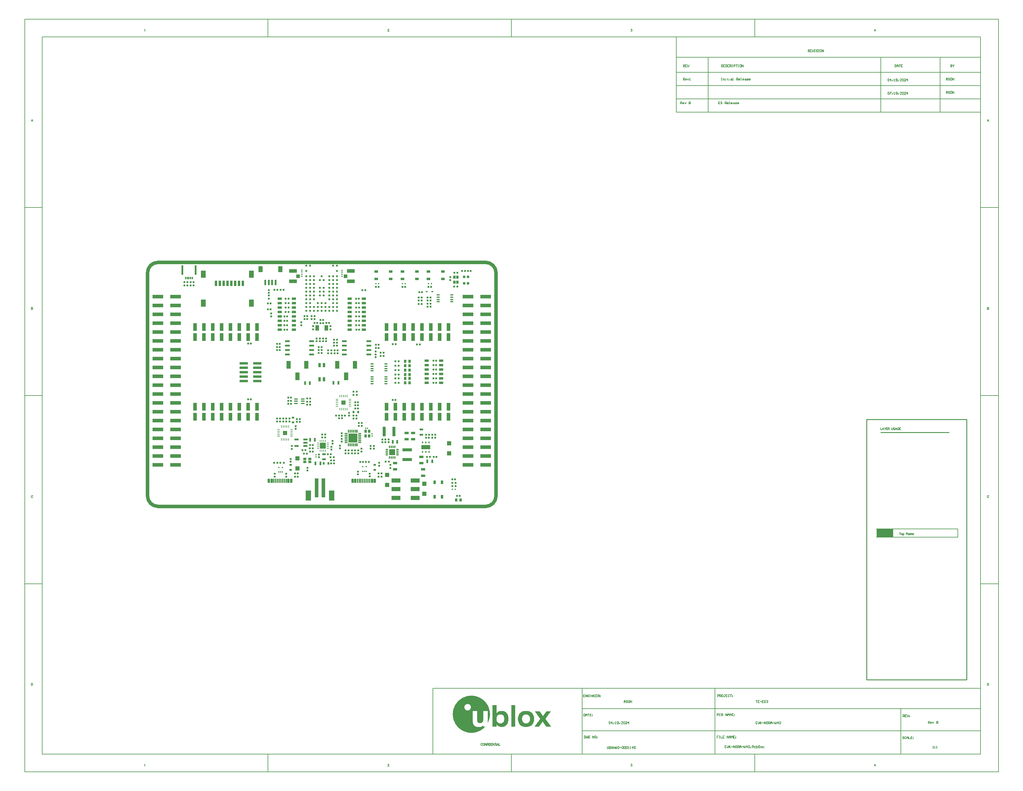
<source format=gtp>
G04*
G04 #@! TF.GenerationSoftware,Altium Limited,Altium Designer,24.5.2 (23)*
G04*
G04 Layer_Color=8421504*
%FSLAX44Y44*%
%MOMM*%
G71*
G04*
G04 #@! TF.SameCoordinates,92D1E149-34EC-4A89-AFD8-A094A270A496*
G04*
G04*
G04 #@! TF.FilePolarity,Positive*
G04*
G01*
G75*
%ADD10C,0.1270*%
%ADD12C,0.2000*%
%ADD14C,0.2540*%
%ADD16C,0.1500*%
%ADD21R,4.8260X2.4130*%
%ADD22C,1.0000*%
%ADD23R,1.2965X1.2965*%
%ADD24R,1.0000X1.5500*%
%ADD25R,0.7500X0.8500*%
G04:AMPARAMS|DCode=26|XSize=0.6mm|YSize=1.15mm|CornerRadius=0.03mm|HoleSize=0mm|Usage=FLASHONLY|Rotation=0.000|XOffset=0mm|YOffset=0mm|HoleType=Round|Shape=RoundedRectangle|*
%AMROUNDEDRECTD26*
21,1,0.6000,1.0900,0,0,0.0*
21,1,0.5400,1.1500,0,0,0.0*
1,1,0.0600,0.2700,-0.5450*
1,1,0.0600,-0.2700,-0.5450*
1,1,0.0600,-0.2700,0.5450*
1,1,0.0600,0.2700,0.5450*
%
%ADD26ROUNDEDRECTD26*%
G04:AMPARAMS|DCode=27|XSize=0.3mm|YSize=1.15mm|CornerRadius=0.015mm|HoleSize=0mm|Usage=FLASHONLY|Rotation=0.000|XOffset=0mm|YOffset=0mm|HoleType=Round|Shape=RoundedRectangle|*
%AMROUNDEDRECTD27*
21,1,0.3000,1.1200,0,0,0.0*
21,1,0.2700,1.1500,0,0,0.0*
1,1,0.0300,0.1350,-0.5600*
1,1,0.0300,-0.1350,-0.5600*
1,1,0.0300,-0.1350,0.5600*
1,1,0.0300,0.1350,0.5600*
%
%ADD27ROUNDEDRECTD27*%
%ADD28R,2.2000X1.0500*%
%ADD29R,1.0500X1.0000*%
%ADD30R,2.5000X1.2000*%
%ADD31R,1.0500X0.4000*%
%ADD32R,0.3000X0.4500*%
%ADD33R,1.3000X0.5500*%
%ADD34R,0.9500X0.4500*%
%ADD35R,1.4000X0.5500*%
%ADD36R,0.5700X0.4200*%
%ADD37R,0.3600X0.3500*%
%ADD38R,1.2000X1.2500*%
%ADD39R,1.2000X1.8000*%
%ADD40R,0.6000X1.5500*%
%ADD41R,1.0200X2.1900*%
%ADD42R,1.3000X0.8000*%
%ADD43R,0.6000X1.0000*%
%ADD44R,0.5200X0.5500*%
%ADD45R,0.5000X0.6000*%
%ADD46R,0.3500X0.4500*%
%ADD47R,2.6000X2.6000*%
%ADD48R,0.8500X0.3000*%
%ADD49R,0.3000X0.8500*%
%ADD50R,1.7500X1.7500*%
%ADD51R,0.8000X0.3000*%
%ADD52R,0.3000X0.8000*%
G04:AMPARAMS|DCode=53|XSize=1.68mm|YSize=1.68mm|CornerRadius=0.084mm|HoleSize=0mm|Usage=FLASHONLY|Rotation=90.000|XOffset=0mm|YOffset=0mm|HoleType=Round|Shape=RoundedRectangle|*
%AMROUNDEDRECTD53*
21,1,1.6800,1.5120,0,0,90.0*
21,1,1.5120,1.6800,0,0,90.0*
1,1,0.1680,0.7560,0.7560*
1,1,0.1680,0.7560,-0.7560*
1,1,0.1680,-0.7560,-0.7560*
1,1,0.1680,-0.7560,0.7560*
%
%ADD53ROUNDEDRECTD53*%
G04:AMPARAMS|DCode=54|XSize=0.6mm|YSize=0.24mm|CornerRadius=0.06mm|HoleSize=0mm|Usage=FLASHONLY|Rotation=90.000|XOffset=0mm|YOffset=0mm|HoleType=Round|Shape=RoundedRectangle|*
%AMROUNDEDRECTD54*
21,1,0.6000,0.1200,0,0,90.0*
21,1,0.4800,0.2400,0,0,90.0*
1,1,0.1200,0.0600,0.2400*
1,1,0.1200,0.0600,-0.2400*
1,1,0.1200,-0.0600,-0.2400*
1,1,0.1200,-0.0600,0.2400*
%
%ADD54ROUNDEDRECTD54*%
G04:AMPARAMS|DCode=55|XSize=0.6mm|YSize=0.24mm|CornerRadius=0.06mm|HoleSize=0mm|Usage=FLASHONLY|Rotation=180.000|XOffset=0mm|YOffset=0mm|HoleType=Round|Shape=RoundedRectangle|*
%AMROUNDEDRECTD55*
21,1,0.6000,0.1200,0,0,180.0*
21,1,0.4800,0.2400,0,0,180.0*
1,1,0.1200,-0.2400,0.0600*
1,1,0.1200,0.2400,0.0600*
1,1,0.1200,0.2400,-0.0600*
1,1,0.1200,-0.2400,-0.0600*
%
%ADD55ROUNDEDRECTD55*%
G04:AMPARAMS|DCode=56|XSize=0.2425mm|YSize=0.7397mm|CornerRadius=0.1212mm|HoleSize=0mm|Usage=FLASHONLY|Rotation=90.000|XOffset=0mm|YOffset=0mm|HoleType=Round|Shape=RoundedRectangle|*
%AMROUNDEDRECTD56*
21,1,0.2425,0.4972,0,0,90.0*
21,1,0.0000,0.7397,0,0,90.0*
1,1,0.2425,0.2486,0.0000*
1,1,0.2425,0.2486,0.0000*
1,1,0.2425,-0.2486,0.0000*
1,1,0.2425,-0.2486,0.0000*
%
%ADD56ROUNDEDRECTD56*%
G04:AMPARAMS|DCode=57|XSize=0.7397mm|YSize=0.2425mm|CornerRadius=0.1212mm|HoleSize=0mm|Usage=FLASHONLY|Rotation=90.000|XOffset=0mm|YOffset=0mm|HoleType=Round|Shape=RoundedRectangle|*
%AMROUNDEDRECTD57*
21,1,0.7397,0.0000,0,0,90.0*
21,1,0.4972,0.2425,0,0,90.0*
1,1,0.2425,0.0000,0.2486*
1,1,0.2425,0.0000,-0.2486*
1,1,0.2425,0.0000,-0.2486*
1,1,0.2425,0.0000,0.2486*
%
%ADD57ROUNDEDRECTD57*%
%ADD58R,0.2425X0.7397*%
%ADD59R,1.0500X0.6500*%
%ADD60R,0.6000X0.6000*%
%ADD61R,1.4500X2.0000*%
%ADD62R,0.8000X1.5000*%
%ADD63R,3.1500X1.0000*%
%ADD64R,0.8500X0.6500*%
%ADD65R,0.6500X0.8500*%
%ADD66R,0.7500X0.9000*%
%ADD67R,0.6000X1.0000*%
%ADD68R,0.8000X0.6000*%
%ADD69R,0.3000X0.3000*%
%ADD70R,1.2700X2.2000*%
%ADD71R,2.4000X0.7600*%
%ADD72R,0.4500X0.6300*%
%ADD73R,2.6000X1.2200*%
%ADD74R,2.7000X0.9000*%
%ADD75R,1.0000X0.6000*%
%ADD76R,0.3000X0.3000*%
%ADD77R,1.6000X3.0000*%
%ADD78R,1.0000X5.5000*%
%ADD79R,0.6000X2.8000*%
%ADD80R,0.3000X0.8000*%
%ADD81R,0.7000X0.7000*%
%ADD82R,1.2700X0.7600*%
%ADD83R,0.7600X1.2700*%
%ADD84R,0.6000X0.6000*%
%ADD85R,0.5500X0.5200*%
%ADD86R,0.9000X2.7000*%
%ADD87R,0.6000X0.8000*%
%ADD88R,0.6000X0.5000*%
%ADD89R,0.6500X1.0500*%
%ADD90R,0.7397X0.2425*%
G04:AMPARAMS|DCode=91|XSize=0.7397mm|YSize=0.2425mm|CornerRadius=0.1212mm|HoleSize=0mm|Usage=FLASHONLY|Rotation=0.000|XOffset=0mm|YOffset=0mm|HoleType=Round|Shape=RoundedRectangle|*
%AMROUNDEDRECTD91*
21,1,0.7397,0.0000,0,0,0.0*
21,1,0.4972,0.2425,0,0,0.0*
1,1,0.2425,0.2486,0.0000*
1,1,0.2425,-0.2486,0.0000*
1,1,0.2425,-0.2486,0.0000*
1,1,0.2425,0.2486,0.0000*
%
%ADD91ROUNDEDRECTD91*%
G04:AMPARAMS|DCode=92|XSize=0.2425mm|YSize=0.7397mm|CornerRadius=0.1212mm|HoleSize=0mm|Usage=FLASHONLY|Rotation=0.000|XOffset=0mm|YOffset=0mm|HoleType=Round|Shape=RoundedRectangle|*
%AMROUNDEDRECTD92*
21,1,0.2425,0.4972,0,0,0.0*
21,1,0.0000,0.7397,0,0,0.0*
1,1,0.2425,0.0000,-0.2486*
1,1,0.2425,0.0000,-0.2486*
1,1,0.2425,0.0000,0.2486*
1,1,0.2425,0.0000,0.2486*
%
%ADD92ROUNDEDRECTD92*%
G36*
X931375Y-543270D02*
X935910D01*
Y-543724D01*
X938632D01*
Y-544178D01*
X940899D01*
Y-544631D01*
X942713D01*
Y-545085D01*
X944528D01*
Y-545538D01*
X945888D01*
Y-545992D01*
X947249D01*
Y-546445D01*
X948610D01*
Y-546899D01*
X949517D01*
Y-547352D01*
X950878D01*
Y-547806D01*
X951785D01*
Y-548260D01*
X952692D01*
Y-548713D01*
X953599D01*
Y-549167D01*
X954506D01*
Y-549620D01*
X955413D01*
Y-550074D01*
X955867D01*
Y-550527D01*
X956774D01*
Y-550981D01*
X957681D01*
Y-551435D01*
X958135D01*
Y-551888D01*
X959042D01*
Y-552342D01*
X959495D01*
Y-552795D01*
X960402D01*
Y-553249D01*
X960856D01*
Y-553702D01*
X961309D01*
Y-554156D01*
X962216D01*
Y-554609D01*
X962670D01*
Y-555063D01*
X963123D01*
Y-555517D01*
X963577D01*
Y-555970D01*
X964484D01*
Y-556424D01*
X964938D01*
Y-556877D01*
X965391D01*
Y-557331D01*
X965845D01*
Y-557784D01*
X966298D01*
Y-558238D01*
X966752D01*
Y-558691D01*
X967206D01*
Y-559145D01*
X967659D01*
Y-559599D01*
X968113D01*
Y-560052D01*
X968566D01*
Y-560506D01*
X969020D01*
Y-560959D01*
X969473D01*
Y-561413D01*
Y-561866D01*
X969927D01*
Y-562320D01*
X970380D01*
Y-562773D01*
X970834D01*
Y-563227D01*
X971288D01*
Y-563680D01*
Y-564134D01*
X971741D01*
Y-564588D01*
X972195D01*
Y-565041D01*
X972648D01*
Y-565495D01*
Y-565948D01*
X973102D01*
Y-566402D01*
X973555D01*
Y-566855D01*
Y-567309D01*
X974009D01*
Y-567762D01*
X974463D01*
Y-568216D01*
Y-568670D01*
X974916D01*
Y-569123D01*
X975370D01*
Y-569577D01*
Y-570030D01*
X975823D01*
Y-570484D01*
Y-570937D01*
X976277D01*
Y-571391D01*
Y-571844D01*
X976730D01*
Y-572298D01*
Y-572752D01*
X977184D01*
Y-573205D01*
Y-573659D01*
X977637D01*
Y-574112D01*
Y-574566D01*
X978091D01*
Y-575019D01*
Y-575473D01*
X978544D01*
Y-575927D01*
Y-576380D01*
Y-576834D01*
X978998D01*
Y-577287D01*
Y-577741D01*
X979452D01*
Y-578194D01*
Y-578648D01*
Y-579101D01*
X979905D01*
Y-579555D01*
Y-580009D01*
Y-580462D01*
X980359D01*
Y-580916D01*
Y-581369D01*
Y-581823D01*
Y-582276D01*
X980812D01*
Y-582730D01*
Y-583183D01*
Y-583637D01*
Y-584090D01*
X981266D01*
Y-584544D01*
Y-584998D01*
Y-585451D01*
Y-585905D01*
X981719D01*
Y-586358D01*
Y-586812D01*
Y-587265D01*
Y-587719D01*
Y-588172D01*
Y-588626D01*
Y-589080D01*
X982173D01*
Y-589533D01*
Y-589987D01*
Y-590440D01*
Y-590894D01*
Y-591347D01*
Y-591801D01*
Y-592254D01*
Y-592708D01*
Y-593162D01*
Y-593615D01*
Y-594069D01*
X982626D01*
Y-594522D01*
Y-594976D01*
Y-595429D01*
Y-595883D01*
Y-596337D01*
Y-596790D01*
Y-597244D01*
Y-597697D01*
Y-598151D01*
Y-598604D01*
X982173D01*
Y-599058D01*
Y-599511D01*
Y-599965D01*
Y-600419D01*
Y-600872D01*
Y-601326D01*
Y-601779D01*
Y-602233D01*
Y-602686D01*
Y-603140D01*
Y-603593D01*
X981719D01*
Y-604047D01*
Y-604501D01*
Y-604954D01*
Y-605408D01*
Y-605861D01*
Y-606315D01*
X981266D01*
Y-606768D01*
Y-607222D01*
Y-607675D01*
Y-608129D01*
Y-608583D01*
X980812D01*
Y-609036D01*
Y-609490D01*
Y-609943D01*
Y-610397D01*
X980359D01*
Y-610850D01*
Y-611304D01*
Y-611758D01*
Y-612211D01*
X979905D01*
Y-612665D01*
Y-613118D01*
Y-613572D01*
X979452D01*
Y-614025D01*
Y-614479D01*
X978998D01*
Y-614932D01*
Y-615386D01*
Y-615839D01*
X978544D01*
Y-616293D01*
Y-616747D01*
X978091D01*
Y-617200D01*
Y-617654D01*
Y-618107D01*
X977637D01*
Y-618561D01*
Y-619014D01*
X977184D01*
Y-619468D01*
Y-619921D01*
X976730D01*
Y-620375D01*
Y-620829D01*
X976277D01*
Y-621282D01*
Y-621736D01*
X975823D01*
Y-621282D01*
Y-620829D01*
Y-620375D01*
Y-619921D01*
Y-619468D01*
Y-619014D01*
Y-618561D01*
Y-618107D01*
Y-617654D01*
Y-617200D01*
Y-616747D01*
Y-616293D01*
Y-615839D01*
Y-615386D01*
Y-614932D01*
Y-614479D01*
Y-614025D01*
Y-613572D01*
Y-613118D01*
Y-612665D01*
Y-612211D01*
Y-611758D01*
Y-611304D01*
Y-610850D01*
Y-610397D01*
Y-609943D01*
Y-609490D01*
Y-609036D01*
Y-608583D01*
Y-608129D01*
Y-607675D01*
Y-607222D01*
Y-606768D01*
Y-606315D01*
Y-605861D01*
Y-605408D01*
Y-604954D01*
Y-604501D01*
Y-604047D01*
Y-603593D01*
Y-603140D01*
Y-602686D01*
Y-602233D01*
Y-601779D01*
Y-601326D01*
Y-600872D01*
Y-600419D01*
Y-599965D01*
Y-599511D01*
Y-599058D01*
Y-598604D01*
Y-598151D01*
Y-597697D01*
Y-597244D01*
Y-596790D01*
Y-596337D01*
Y-595883D01*
Y-595429D01*
Y-594976D01*
Y-594522D01*
Y-594069D01*
Y-593615D01*
Y-593162D01*
Y-592708D01*
Y-592254D01*
Y-591801D01*
Y-591347D01*
Y-590894D01*
Y-590440D01*
Y-589987D01*
Y-589533D01*
Y-589080D01*
Y-588626D01*
Y-588172D01*
Y-587719D01*
Y-587265D01*
X963123D01*
Y-587719D01*
Y-588172D01*
Y-588626D01*
Y-589080D01*
Y-589533D01*
Y-589987D01*
Y-590440D01*
Y-590894D01*
Y-591347D01*
Y-591801D01*
Y-592254D01*
Y-592708D01*
Y-593162D01*
Y-593615D01*
Y-594069D01*
Y-594522D01*
Y-594976D01*
Y-595429D01*
Y-595883D01*
Y-596337D01*
Y-596790D01*
Y-597244D01*
Y-597697D01*
Y-598151D01*
Y-598604D01*
Y-599058D01*
Y-599511D01*
Y-599965D01*
Y-600419D01*
Y-600872D01*
Y-601326D01*
Y-601779D01*
Y-602233D01*
Y-602686D01*
Y-603140D01*
Y-603593D01*
Y-604047D01*
Y-604501D01*
Y-604954D01*
Y-605408D01*
Y-605861D01*
Y-606315D01*
Y-606768D01*
Y-607222D01*
Y-607675D01*
Y-608129D01*
Y-608583D01*
Y-609036D01*
Y-609490D01*
Y-609943D01*
Y-610397D01*
Y-610850D01*
Y-611304D01*
Y-611758D01*
Y-612211D01*
Y-612665D01*
Y-613118D01*
Y-613572D01*
Y-614025D01*
Y-614479D01*
Y-614932D01*
X962670D01*
Y-615386D01*
Y-615839D01*
Y-616293D01*
Y-616747D01*
X962216D01*
Y-617200D01*
Y-617654D01*
X961763D01*
Y-618107D01*
Y-618561D01*
X961309D01*
Y-619014D01*
X960856D01*
Y-619468D01*
X960402D01*
Y-619921D01*
X959949D01*
Y-620375D01*
X959495D01*
Y-620829D01*
X958588D01*
Y-621282D01*
X957227D01*
Y-621736D01*
X950878D01*
Y-621282D01*
X949517D01*
Y-620829D01*
X948610D01*
Y-620375D01*
X948156D01*
Y-619921D01*
X947703D01*
Y-619468D01*
X947249D01*
Y-619014D01*
Y-618561D01*
X946796D01*
Y-618107D01*
Y-617654D01*
X946342D01*
Y-617200D01*
Y-616747D01*
Y-616293D01*
Y-615839D01*
X945888D01*
Y-615386D01*
Y-614932D01*
Y-614479D01*
Y-614025D01*
Y-613572D01*
Y-613118D01*
Y-612665D01*
Y-612211D01*
Y-611758D01*
Y-611304D01*
Y-610850D01*
Y-610397D01*
Y-609943D01*
Y-609490D01*
Y-609036D01*
Y-608583D01*
Y-608129D01*
Y-607675D01*
Y-607222D01*
Y-606768D01*
Y-606315D01*
Y-605861D01*
Y-605408D01*
Y-604954D01*
Y-604501D01*
Y-604047D01*
Y-603593D01*
Y-603140D01*
Y-602686D01*
Y-602233D01*
Y-601779D01*
Y-601326D01*
Y-600872D01*
Y-600419D01*
Y-599965D01*
Y-599511D01*
Y-599058D01*
Y-598604D01*
Y-598151D01*
Y-597697D01*
Y-597244D01*
Y-596790D01*
Y-596337D01*
Y-595883D01*
Y-595429D01*
Y-594976D01*
Y-594522D01*
Y-594069D01*
Y-593615D01*
Y-593162D01*
Y-592708D01*
Y-592254D01*
Y-591801D01*
Y-591347D01*
Y-590894D01*
Y-590440D01*
Y-589987D01*
Y-589533D01*
Y-589080D01*
Y-588626D01*
Y-588172D01*
Y-587719D01*
Y-587265D01*
X933189D01*
Y-587719D01*
Y-588172D01*
Y-588626D01*
Y-589080D01*
Y-589533D01*
Y-589987D01*
Y-590440D01*
Y-590894D01*
Y-591347D01*
Y-591801D01*
Y-592254D01*
Y-592708D01*
Y-593162D01*
Y-593615D01*
Y-594069D01*
Y-594522D01*
Y-594976D01*
Y-595429D01*
Y-595883D01*
Y-596337D01*
Y-596790D01*
Y-597244D01*
Y-597697D01*
Y-598151D01*
Y-598604D01*
Y-599058D01*
Y-599511D01*
Y-599965D01*
Y-600419D01*
Y-600872D01*
Y-601326D01*
Y-601779D01*
Y-602233D01*
Y-602686D01*
Y-603140D01*
Y-603593D01*
Y-604047D01*
Y-604501D01*
Y-604954D01*
Y-605408D01*
Y-605861D01*
Y-606315D01*
Y-606768D01*
Y-607222D01*
Y-607675D01*
Y-608129D01*
Y-608583D01*
Y-609036D01*
Y-609490D01*
Y-609943D01*
Y-610397D01*
Y-610850D01*
Y-611304D01*
Y-611758D01*
Y-612211D01*
Y-612665D01*
Y-613118D01*
Y-613572D01*
Y-614025D01*
Y-614479D01*
Y-614932D01*
Y-615386D01*
Y-615839D01*
Y-616293D01*
Y-616747D01*
Y-617200D01*
Y-617654D01*
Y-618107D01*
Y-618561D01*
Y-619014D01*
Y-619468D01*
Y-619921D01*
Y-620375D01*
X933642D01*
Y-620829D01*
Y-621282D01*
Y-621736D01*
Y-622189D01*
X934096D01*
Y-622643D01*
Y-623096D01*
Y-623550D01*
X934549D01*
Y-624003D01*
Y-624457D01*
Y-624911D01*
X935003D01*
Y-625364D01*
Y-625818D01*
X935457D01*
Y-626271D01*
X935910D01*
Y-626725D01*
Y-627178D01*
X936364D01*
Y-627632D01*
X936817D01*
Y-628086D01*
X937271D01*
Y-628539D01*
X937724D01*
Y-628993D01*
X938178D01*
Y-629446D01*
X938632D01*
Y-629900D01*
X939539D01*
Y-630353D01*
X939992D01*
Y-630807D01*
X940899D01*
Y-631260D01*
X941806D01*
Y-631714D01*
X942713D01*
Y-632168D01*
X944074D01*
Y-632621D01*
X945888D01*
Y-633075D01*
X954960D01*
Y-632621D01*
X956774D01*
Y-632168D01*
X957681D01*
Y-631714D01*
X959042D01*
Y-631260D01*
X959495D01*
Y-630807D01*
X960402D01*
Y-630353D01*
X960856D01*
Y-629900D01*
X961309D01*
Y-629446D01*
X962216D01*
Y-628993D01*
X962670D01*
Y-628539D01*
X963123D01*
Y-628086D01*
Y-627632D01*
X963577D01*
Y-628086D01*
Y-628539D01*
Y-628993D01*
Y-629446D01*
Y-629900D01*
Y-630353D01*
Y-630807D01*
Y-631260D01*
Y-631714D01*
Y-632168D01*
X968566D01*
Y-632621D01*
X968113D01*
Y-633075D01*
X967659D01*
Y-633528D01*
X967206D01*
Y-633982D01*
X966752D01*
Y-634435D01*
X966298D01*
Y-634889D01*
X965845D01*
Y-635342D01*
X965391D01*
Y-635796D01*
X964938D01*
Y-636250D01*
X964031D01*
Y-636703D01*
X963577D01*
Y-637157D01*
X963123D01*
Y-637610D01*
X962670D01*
Y-638064D01*
X961763D01*
Y-638517D01*
X961309D01*
Y-638971D01*
X960856D01*
Y-639424D01*
X959949D01*
Y-639878D01*
X959495D01*
Y-640331D01*
X958588D01*
Y-640785D01*
X958135D01*
Y-641239D01*
X957227D01*
Y-641692D01*
X956774D01*
Y-642146D01*
X955867D01*
Y-642599D01*
X954960D01*
Y-643053D01*
X954052D01*
Y-643506D01*
X953599D01*
Y-643960D01*
X952692D01*
Y-644414D01*
X951331D01*
Y-644867D01*
X950424D01*
Y-645321D01*
X949517D01*
Y-645774D01*
X948156D01*
Y-646228D01*
X947249D01*
Y-646681D01*
X945888D01*
Y-647135D01*
X944074D01*
Y-647588D01*
X942713D01*
Y-648042D01*
X940899D01*
Y-648495D01*
X938178D01*
Y-648949D01*
X935003D01*
Y-649403D01*
X923211D01*
Y-648949D01*
X920036D01*
Y-648495D01*
X917768D01*
Y-648042D01*
X915954D01*
Y-647588D01*
X914139D01*
Y-647135D01*
X912779D01*
Y-646681D01*
X911418D01*
Y-646228D01*
X910058D01*
Y-645774D01*
X909150D01*
Y-645321D01*
X907790D01*
Y-644867D01*
X906883D01*
Y-644414D01*
X905975D01*
Y-643960D01*
X905068D01*
Y-643506D01*
X904161D01*
Y-643053D01*
X903254D01*
Y-642599D01*
X902347D01*
Y-642146D01*
X901893D01*
Y-641692D01*
X900986D01*
Y-641239D01*
X900079D01*
Y-640785D01*
X899626D01*
Y-640331D01*
X898719D01*
Y-639878D01*
X898265D01*
Y-639424D01*
X897812D01*
Y-638971D01*
X896904D01*
Y-638517D01*
X896451D01*
Y-638064D01*
X895997D01*
Y-637610D01*
X895090D01*
Y-637157D01*
X894637D01*
Y-636703D01*
X894183D01*
Y-636250D01*
X893729D01*
Y-635796D01*
X893276D01*
Y-635342D01*
X892822D01*
Y-634889D01*
X892369D01*
Y-634435D01*
X891915D01*
Y-633982D01*
X891462D01*
Y-633528D01*
X891008D01*
Y-633075D01*
X890555D01*
Y-632621D01*
X890101D01*
Y-632168D01*
X889648D01*
Y-631714D01*
X889194D01*
Y-631260D01*
X888740D01*
Y-630807D01*
X888287D01*
Y-630353D01*
X887833D01*
Y-629900D01*
Y-629446D01*
X887380D01*
Y-628993D01*
X886926D01*
Y-628539D01*
X886473D01*
Y-628086D01*
X886019D01*
Y-627632D01*
Y-627178D01*
X885565D01*
Y-626725D01*
X885112D01*
Y-626271D01*
Y-625818D01*
X884658D01*
Y-625364D01*
X884205D01*
Y-624911D01*
Y-624457D01*
X883751D01*
Y-624003D01*
X883298D01*
Y-623550D01*
Y-623096D01*
X882844D01*
Y-622643D01*
Y-622189D01*
X882391D01*
Y-621736D01*
Y-621282D01*
X881937D01*
Y-620829D01*
Y-620375D01*
X881484D01*
Y-619921D01*
Y-619468D01*
X881030D01*
Y-619014D01*
Y-618561D01*
X880576D01*
Y-618107D01*
Y-617654D01*
X880123D01*
Y-617200D01*
Y-616747D01*
X879669D01*
Y-616293D01*
Y-615839D01*
Y-615386D01*
X879216D01*
Y-614932D01*
Y-614479D01*
Y-614025D01*
X878762D01*
Y-613572D01*
Y-613118D01*
X878309D01*
Y-612665D01*
Y-612211D01*
Y-611758D01*
Y-611304D01*
X877855D01*
Y-610850D01*
Y-610397D01*
Y-609943D01*
X877402D01*
Y-609490D01*
Y-609036D01*
Y-608583D01*
Y-608129D01*
X876948D01*
Y-607675D01*
Y-607222D01*
Y-606768D01*
Y-606315D01*
Y-605861D01*
X876494D01*
Y-605408D01*
Y-604954D01*
Y-604501D01*
Y-604047D01*
Y-603593D01*
Y-603140D01*
Y-602686D01*
X876041D01*
Y-602233D01*
Y-601779D01*
Y-601326D01*
Y-600872D01*
Y-600419D01*
Y-599965D01*
Y-599511D01*
Y-599058D01*
Y-598604D01*
Y-598151D01*
X875587D01*
Y-597697D01*
Y-597244D01*
Y-596790D01*
Y-596337D01*
Y-595883D01*
Y-595429D01*
Y-594976D01*
Y-594522D01*
Y-594069D01*
X876041D01*
Y-593615D01*
Y-593162D01*
Y-592708D01*
Y-592254D01*
Y-591801D01*
Y-591347D01*
Y-590894D01*
Y-590440D01*
Y-589987D01*
X876494D01*
Y-589533D01*
Y-589080D01*
Y-588626D01*
Y-588172D01*
Y-587719D01*
Y-587265D01*
Y-586812D01*
X876948D01*
Y-586358D01*
Y-585905D01*
Y-585451D01*
Y-584998D01*
Y-584544D01*
X877402D01*
Y-584090D01*
Y-583637D01*
Y-583183D01*
Y-582730D01*
X877855D01*
Y-582276D01*
Y-581823D01*
Y-581369D01*
Y-580916D01*
X878309D01*
Y-580462D01*
Y-580009D01*
Y-579555D01*
X878762D01*
Y-579101D01*
Y-578648D01*
Y-578194D01*
X879216D01*
Y-577741D01*
Y-577287D01*
X879669D01*
Y-576834D01*
Y-576380D01*
Y-575927D01*
X880123D01*
Y-575473D01*
Y-575019D01*
X880576D01*
Y-574566D01*
Y-574112D01*
Y-573659D01*
X881030D01*
Y-573205D01*
Y-572752D01*
X881484D01*
Y-572298D01*
Y-571844D01*
X881937D01*
Y-571391D01*
Y-570937D01*
X882391D01*
Y-570484D01*
X882844D01*
Y-570030D01*
Y-569577D01*
X883298D01*
Y-569123D01*
Y-568670D01*
X883751D01*
Y-568216D01*
X884205D01*
Y-567762D01*
Y-567309D01*
X884658D01*
Y-566855D01*
X885112D01*
Y-566402D01*
Y-565948D01*
X885565D01*
Y-565495D01*
X886019D01*
Y-565041D01*
Y-564588D01*
X886473D01*
Y-564134D01*
X886926D01*
Y-563680D01*
X887380D01*
Y-563227D01*
Y-562773D01*
X887833D01*
Y-562320D01*
X888287D01*
Y-561866D01*
X888740D01*
Y-561413D01*
X889194D01*
Y-560959D01*
X889648D01*
Y-560506D01*
X890101D01*
Y-560052D01*
X890555D01*
Y-559599D01*
Y-559145D01*
X891008D01*
Y-558691D01*
X891462D01*
Y-558238D01*
X891915D01*
Y-557784D01*
X892822D01*
Y-557331D01*
X893276D01*
Y-556877D01*
X893729D01*
Y-556424D01*
X894183D01*
Y-555970D01*
X894637D01*
Y-555517D01*
X895090D01*
Y-555063D01*
X895544D01*
Y-554609D01*
X896451D01*
Y-554156D01*
X896904D01*
Y-553702D01*
X897358D01*
Y-553249D01*
X898265D01*
Y-552795D01*
X898719D01*
Y-552342D01*
X899626D01*
Y-551888D01*
X900079D01*
Y-551435D01*
X900986D01*
Y-550981D01*
X901440D01*
Y-550527D01*
X902347D01*
Y-550074D01*
X903254D01*
Y-549620D01*
X903708D01*
Y-549167D01*
X905068D01*
Y-548713D01*
X905975D01*
Y-548260D01*
X906883D01*
Y-547806D01*
X907790D01*
Y-547352D01*
X908697D01*
Y-546899D01*
X910058D01*
Y-546445D01*
X910965D01*
Y-545992D01*
X912325D01*
Y-545538D01*
X913686D01*
Y-545085D01*
X915500D01*
Y-544631D01*
X917314D01*
Y-544178D01*
X919582D01*
Y-543724D01*
X922757D01*
Y-543270D01*
X927293D01*
Y-542817D01*
X931375D01*
Y-543270D01*
D02*
G37*
G36*
X1001676Y-570484D02*
Y-570937D01*
Y-571391D01*
Y-571844D01*
Y-572298D01*
Y-572752D01*
Y-573205D01*
Y-573659D01*
Y-574112D01*
Y-574566D01*
Y-575019D01*
Y-575473D01*
Y-575927D01*
Y-576380D01*
Y-576834D01*
Y-577287D01*
Y-577741D01*
Y-578194D01*
Y-578648D01*
Y-579101D01*
Y-579555D01*
Y-580009D01*
Y-580462D01*
Y-580916D01*
Y-581369D01*
Y-581823D01*
Y-582276D01*
Y-582730D01*
Y-583183D01*
Y-583637D01*
Y-584090D01*
Y-584544D01*
Y-584998D01*
Y-585451D01*
Y-585905D01*
Y-586358D01*
Y-586812D01*
Y-587265D01*
Y-587719D01*
Y-588172D01*
Y-588626D01*
Y-589080D01*
Y-589533D01*
Y-589987D01*
Y-590440D01*
Y-590894D01*
Y-591347D01*
Y-591801D01*
Y-592254D01*
Y-592708D01*
X1002583D01*
Y-592254D01*
X1003036D01*
Y-591801D01*
X1003490D01*
Y-591347D01*
X1003944D01*
Y-590894D01*
X1004397D01*
Y-590440D01*
X1004851D01*
Y-589987D01*
X1005304D01*
Y-589533D01*
X1006211D01*
Y-589080D01*
X1006665D01*
Y-588626D01*
X1007572D01*
Y-588172D01*
X1008479D01*
Y-587719D01*
X1009840D01*
Y-587265D01*
X1011654D01*
Y-586812D01*
X1020272D01*
Y-587265D01*
X1022086D01*
Y-587719D01*
X1023447D01*
Y-588172D01*
X1024807D01*
Y-588626D01*
X1025714D01*
Y-589080D01*
X1026168D01*
Y-589533D01*
X1027075D01*
Y-589987D01*
X1027529D01*
Y-590440D01*
X1028436D01*
Y-590894D01*
X1028889D01*
Y-591347D01*
X1029343D01*
Y-591801D01*
X1029796D01*
Y-592254D01*
X1030250D01*
Y-592708D01*
X1030703D01*
Y-593162D01*
Y-593615D01*
X1031157D01*
Y-594069D01*
X1031610D01*
Y-594522D01*
X1032064D01*
Y-594976D01*
Y-595429D01*
X1032518D01*
Y-595883D01*
Y-596337D01*
X1032971D01*
Y-596790D01*
Y-597244D01*
X1033425D01*
Y-597697D01*
Y-598151D01*
X1033878D01*
Y-598604D01*
Y-599058D01*
Y-599511D01*
X1034332D01*
Y-599965D01*
Y-600419D01*
Y-600872D01*
Y-601326D01*
X1034785D01*
Y-601779D01*
Y-602233D01*
Y-602686D01*
Y-603140D01*
Y-603593D01*
X1035239D01*
Y-604047D01*
Y-604501D01*
Y-604954D01*
Y-605408D01*
Y-605861D01*
Y-606315D01*
Y-606768D01*
Y-607222D01*
Y-607675D01*
X1035693D01*
Y-608129D01*
X1035239D01*
Y-608583D01*
Y-609036D01*
Y-609490D01*
Y-609943D01*
Y-610397D01*
Y-610850D01*
Y-611304D01*
Y-611758D01*
Y-612211D01*
Y-612665D01*
Y-613118D01*
Y-613572D01*
Y-614025D01*
Y-614479D01*
Y-614932D01*
Y-615386D01*
Y-615839D01*
X1034785D01*
Y-616293D01*
Y-616747D01*
Y-617200D01*
Y-617654D01*
Y-618107D01*
X1034332D01*
Y-618561D01*
Y-619014D01*
Y-619468D01*
X1033878D01*
Y-619921D01*
Y-620375D01*
Y-620829D01*
X1033425D01*
Y-621282D01*
Y-621736D01*
Y-622189D01*
X1032971D01*
Y-622643D01*
Y-623096D01*
X1032518D01*
Y-623550D01*
Y-624003D01*
X1032064D01*
Y-624457D01*
X1031610D01*
Y-624911D01*
Y-625364D01*
X1031157D01*
Y-625818D01*
X1030703D01*
Y-626271D01*
X1030250D01*
Y-626725D01*
X1029796D01*
Y-627178D01*
Y-627632D01*
X1028889D01*
Y-628086D01*
X1028436D01*
Y-628539D01*
X1027982D01*
Y-628993D01*
X1027529D01*
Y-629446D01*
X1026621D01*
Y-629900D01*
X1026168D01*
Y-630353D01*
X1025261D01*
Y-630807D01*
X1024354D01*
Y-631260D01*
X1023447D01*
Y-631714D01*
X1022086D01*
Y-632168D01*
X1019818D01*
Y-632621D01*
X1012108D01*
Y-632168D01*
X1009840D01*
Y-631714D01*
X1008933D01*
Y-631260D01*
X1007572D01*
Y-630807D01*
X1007119D01*
Y-630353D01*
X1006211D01*
Y-629900D01*
X1005758D01*
Y-629446D01*
X1004851D01*
Y-628993D01*
X1004397D01*
Y-628539D01*
X1003944D01*
Y-628086D01*
X1003490D01*
Y-627632D01*
X1003036D01*
Y-627178D01*
X1002583D01*
Y-626725D01*
X1002129D01*
Y-626271D01*
Y-625818D01*
X1001222D01*
Y-626271D01*
Y-626725D01*
Y-627178D01*
Y-627632D01*
Y-628086D01*
Y-628539D01*
Y-628993D01*
Y-629446D01*
Y-629900D01*
Y-630353D01*
Y-630807D01*
Y-631260D01*
Y-631714D01*
X989883D01*
Y-631260D01*
Y-630807D01*
Y-630353D01*
Y-629900D01*
Y-629446D01*
Y-628993D01*
Y-628539D01*
Y-628086D01*
Y-627632D01*
Y-627178D01*
Y-626725D01*
Y-626271D01*
Y-625818D01*
Y-625364D01*
Y-624911D01*
Y-624457D01*
Y-624003D01*
Y-623550D01*
Y-623096D01*
Y-622643D01*
Y-622189D01*
Y-621736D01*
Y-621282D01*
Y-620829D01*
Y-620375D01*
Y-619921D01*
Y-619468D01*
Y-619014D01*
Y-618561D01*
Y-618107D01*
Y-617654D01*
Y-617200D01*
Y-616747D01*
Y-616293D01*
Y-615839D01*
Y-615386D01*
Y-614932D01*
Y-614479D01*
Y-614025D01*
Y-613572D01*
Y-613118D01*
Y-612665D01*
Y-612211D01*
Y-611758D01*
Y-611304D01*
Y-610850D01*
Y-610397D01*
Y-609943D01*
Y-609490D01*
Y-609036D01*
Y-608583D01*
Y-608129D01*
Y-607675D01*
Y-607222D01*
Y-606768D01*
Y-606315D01*
Y-605861D01*
Y-605408D01*
Y-604954D01*
Y-604501D01*
Y-604047D01*
Y-603593D01*
Y-603140D01*
Y-602686D01*
Y-602233D01*
Y-601779D01*
Y-601326D01*
Y-600872D01*
Y-600419D01*
Y-599965D01*
Y-599511D01*
Y-599058D01*
Y-598604D01*
Y-598151D01*
Y-597697D01*
Y-597244D01*
Y-596790D01*
Y-596337D01*
Y-595883D01*
Y-595429D01*
Y-594976D01*
Y-594522D01*
Y-594069D01*
Y-593615D01*
Y-593162D01*
Y-592708D01*
Y-592254D01*
Y-591801D01*
Y-591347D01*
Y-590894D01*
Y-590440D01*
Y-589987D01*
Y-589533D01*
Y-589080D01*
Y-588626D01*
Y-588172D01*
Y-587719D01*
Y-587265D01*
Y-586812D01*
Y-586358D01*
Y-585905D01*
Y-585451D01*
Y-584998D01*
Y-584544D01*
Y-584090D01*
Y-583637D01*
Y-583183D01*
Y-582730D01*
Y-582276D01*
Y-581823D01*
Y-581369D01*
Y-580916D01*
Y-580462D01*
Y-580009D01*
Y-579555D01*
Y-579101D01*
Y-578648D01*
Y-578194D01*
Y-577741D01*
Y-577287D01*
Y-576834D01*
Y-576380D01*
Y-575927D01*
Y-575473D01*
Y-575019D01*
Y-574566D01*
Y-574112D01*
Y-573659D01*
Y-573205D01*
Y-572752D01*
Y-572298D01*
Y-571844D01*
Y-571391D01*
Y-570937D01*
Y-570484D01*
Y-570030D01*
X1001676D01*
Y-570484D01*
D02*
G37*
G36*
X1055195D02*
Y-570937D01*
Y-571391D01*
Y-571844D01*
Y-572298D01*
Y-572752D01*
Y-573205D01*
Y-573659D01*
Y-574112D01*
Y-574566D01*
Y-575019D01*
Y-575473D01*
Y-575927D01*
Y-576380D01*
Y-576834D01*
Y-577287D01*
Y-577741D01*
Y-578194D01*
Y-578648D01*
Y-579101D01*
Y-579555D01*
Y-580009D01*
Y-580462D01*
Y-580916D01*
Y-581369D01*
Y-581823D01*
Y-582276D01*
Y-582730D01*
Y-583183D01*
Y-583637D01*
Y-584090D01*
Y-584544D01*
Y-584998D01*
Y-585451D01*
Y-585905D01*
Y-586358D01*
Y-586812D01*
Y-587265D01*
Y-587719D01*
Y-588172D01*
Y-588626D01*
Y-589080D01*
Y-589533D01*
Y-589987D01*
Y-590440D01*
Y-590894D01*
Y-591347D01*
Y-591801D01*
Y-592254D01*
Y-592708D01*
Y-593162D01*
Y-593615D01*
Y-594069D01*
Y-594522D01*
Y-594976D01*
Y-595429D01*
Y-595883D01*
Y-596337D01*
Y-596790D01*
Y-597244D01*
Y-597697D01*
Y-598151D01*
Y-598604D01*
Y-599058D01*
Y-599511D01*
Y-599965D01*
Y-600419D01*
Y-600872D01*
Y-601326D01*
Y-601779D01*
Y-602233D01*
Y-602686D01*
Y-603140D01*
Y-603593D01*
Y-604047D01*
Y-604501D01*
Y-604954D01*
Y-605408D01*
Y-605861D01*
Y-606315D01*
Y-606768D01*
Y-607222D01*
Y-607675D01*
Y-608129D01*
Y-608583D01*
Y-609036D01*
Y-609490D01*
Y-609943D01*
Y-610397D01*
Y-610850D01*
Y-611304D01*
Y-611758D01*
Y-612211D01*
Y-612665D01*
Y-613118D01*
Y-613572D01*
Y-614025D01*
Y-614479D01*
Y-614932D01*
Y-615386D01*
Y-615839D01*
Y-616293D01*
Y-616747D01*
Y-617200D01*
Y-617654D01*
Y-618107D01*
Y-618561D01*
Y-619014D01*
Y-619468D01*
Y-619921D01*
Y-620375D01*
Y-620829D01*
Y-621282D01*
Y-621736D01*
Y-622189D01*
Y-622643D01*
Y-623096D01*
Y-623550D01*
Y-624003D01*
Y-624457D01*
Y-624911D01*
Y-625364D01*
Y-625818D01*
Y-626271D01*
Y-626725D01*
Y-627178D01*
Y-627632D01*
Y-628086D01*
Y-628539D01*
Y-628993D01*
Y-629446D01*
Y-629900D01*
Y-630353D01*
Y-630807D01*
Y-631260D01*
Y-631714D01*
X1043857D01*
Y-631260D01*
Y-630807D01*
Y-630353D01*
Y-629900D01*
Y-629446D01*
Y-628993D01*
Y-628539D01*
Y-628086D01*
Y-627632D01*
Y-627178D01*
Y-626725D01*
Y-626271D01*
Y-625818D01*
Y-625364D01*
Y-624911D01*
Y-624457D01*
Y-624003D01*
Y-623550D01*
Y-623096D01*
Y-622643D01*
Y-622189D01*
Y-621736D01*
Y-621282D01*
Y-620829D01*
Y-620375D01*
Y-619921D01*
Y-619468D01*
Y-619014D01*
Y-618561D01*
Y-618107D01*
Y-617654D01*
Y-617200D01*
Y-616747D01*
Y-616293D01*
Y-615839D01*
Y-615386D01*
Y-614932D01*
Y-614479D01*
Y-614025D01*
Y-613572D01*
Y-613118D01*
Y-612665D01*
Y-612211D01*
Y-611758D01*
Y-611304D01*
Y-610850D01*
Y-610397D01*
Y-609943D01*
Y-609490D01*
Y-609036D01*
Y-608583D01*
Y-608129D01*
Y-607675D01*
Y-607222D01*
Y-606768D01*
Y-606315D01*
Y-605861D01*
Y-605408D01*
Y-604954D01*
Y-604501D01*
Y-604047D01*
Y-603593D01*
Y-603140D01*
Y-602686D01*
Y-602233D01*
Y-601779D01*
Y-601326D01*
Y-600872D01*
Y-600419D01*
Y-599965D01*
Y-599511D01*
Y-599058D01*
Y-598604D01*
Y-598151D01*
Y-597697D01*
Y-597244D01*
Y-596790D01*
Y-596337D01*
Y-595883D01*
Y-595429D01*
Y-594976D01*
Y-594522D01*
Y-594069D01*
Y-593615D01*
Y-593162D01*
Y-592708D01*
Y-592254D01*
Y-591801D01*
Y-591347D01*
Y-590894D01*
Y-590440D01*
Y-589987D01*
Y-589533D01*
Y-589080D01*
Y-588626D01*
Y-588172D01*
Y-587719D01*
Y-587265D01*
Y-586812D01*
Y-586358D01*
Y-585905D01*
Y-585451D01*
Y-584998D01*
Y-584544D01*
Y-584090D01*
Y-583637D01*
Y-583183D01*
Y-582730D01*
Y-582276D01*
Y-581823D01*
Y-581369D01*
Y-580916D01*
Y-580462D01*
Y-580009D01*
Y-579555D01*
Y-579101D01*
Y-578648D01*
Y-578194D01*
Y-577741D01*
Y-577287D01*
Y-576834D01*
Y-576380D01*
Y-575927D01*
Y-575473D01*
Y-575019D01*
Y-574566D01*
Y-574112D01*
Y-573659D01*
Y-573205D01*
Y-572752D01*
Y-572298D01*
Y-571844D01*
Y-571391D01*
Y-570937D01*
Y-570484D01*
Y-570030D01*
X1055195D01*
Y-570484D01*
D02*
G37*
G36*
X1091480Y-587265D02*
X1093748D01*
Y-587719D01*
X1095108D01*
Y-588172D01*
X1096469D01*
Y-588626D01*
X1097376D01*
Y-589080D01*
X1098283D01*
Y-589533D01*
X1099190D01*
Y-589987D01*
X1100098D01*
Y-590440D01*
X1100551D01*
Y-590894D01*
X1101458D01*
Y-591347D01*
X1101912D01*
Y-591801D01*
X1102365D01*
Y-592254D01*
X1102819D01*
Y-592708D01*
X1103272D01*
Y-593162D01*
X1103726D01*
Y-593615D01*
X1104180D01*
Y-594069D01*
X1104633D01*
Y-594522D01*
X1105087D01*
Y-594976D01*
Y-595429D01*
X1105540D01*
Y-595883D01*
X1105994D01*
Y-596337D01*
Y-596790D01*
X1106447D01*
Y-597244D01*
Y-597697D01*
X1106901D01*
Y-598151D01*
Y-598604D01*
X1107354D01*
Y-599058D01*
Y-599511D01*
X1107808D01*
Y-599965D01*
Y-600419D01*
Y-600872D01*
X1108261D01*
Y-601326D01*
Y-601779D01*
Y-602233D01*
Y-602686D01*
Y-603140D01*
X1108715D01*
Y-603593D01*
Y-604047D01*
Y-604501D01*
Y-604954D01*
Y-605408D01*
Y-605861D01*
Y-606315D01*
X1109169D01*
Y-606768D01*
Y-607222D01*
Y-607675D01*
Y-608129D01*
Y-608583D01*
Y-609036D01*
Y-609490D01*
Y-609943D01*
Y-610397D01*
Y-610850D01*
Y-611304D01*
Y-611758D01*
Y-612211D01*
Y-612665D01*
Y-613118D01*
X1108715D01*
Y-613572D01*
Y-614025D01*
Y-614479D01*
Y-614932D01*
Y-615386D01*
Y-615839D01*
Y-616293D01*
X1108261D01*
Y-616747D01*
Y-617200D01*
Y-617654D01*
Y-618107D01*
X1107808D01*
Y-618561D01*
Y-619014D01*
Y-619468D01*
X1107354D01*
Y-619921D01*
Y-620375D01*
Y-620829D01*
X1106901D01*
Y-621282D01*
Y-621736D01*
X1106447D01*
Y-622189D01*
Y-622643D01*
X1105994D01*
Y-623096D01*
Y-623550D01*
X1105540D01*
Y-624003D01*
X1105087D01*
Y-624457D01*
X1104633D01*
Y-624911D01*
Y-625364D01*
X1104180D01*
Y-625818D01*
X1103726D01*
Y-626271D01*
X1103272D01*
Y-626725D01*
X1102819D01*
Y-627178D01*
X1102365D01*
Y-627632D01*
X1101912D01*
Y-628086D01*
X1101005D01*
Y-628539D01*
X1100551D01*
Y-628993D01*
X1099644D01*
Y-629446D01*
X1099190D01*
Y-629900D01*
X1098283D01*
Y-630353D01*
X1097376D01*
Y-630807D01*
X1096015D01*
Y-631260D01*
X1094655D01*
Y-631714D01*
X1093294D01*
Y-632168D01*
X1091026D01*
Y-632621D01*
X1081502D01*
Y-632168D01*
X1078780D01*
Y-631714D01*
X1076966D01*
Y-631260D01*
X1076059D01*
Y-630807D01*
X1074698D01*
Y-630353D01*
X1073791D01*
Y-629900D01*
X1072884D01*
Y-629446D01*
X1072430D01*
Y-628993D01*
X1071523D01*
Y-628539D01*
X1071070D01*
Y-628086D01*
X1070163D01*
Y-627632D01*
X1069709D01*
Y-627178D01*
X1069256D01*
Y-626725D01*
X1068802D01*
Y-626271D01*
X1068348D01*
Y-625818D01*
X1067895D01*
Y-625364D01*
X1067441D01*
Y-624911D01*
Y-624457D01*
X1066988D01*
Y-624003D01*
X1066534D01*
Y-623550D01*
X1066081D01*
Y-623096D01*
Y-622643D01*
X1065627D01*
Y-622189D01*
Y-621736D01*
X1065174D01*
Y-621282D01*
Y-620829D01*
X1064720D01*
Y-620375D01*
Y-619921D01*
Y-619468D01*
X1064267D01*
Y-619014D01*
Y-618561D01*
Y-618107D01*
X1063813D01*
Y-617654D01*
Y-617200D01*
Y-616747D01*
Y-616293D01*
X1063359D01*
Y-615839D01*
Y-615386D01*
Y-614932D01*
Y-614479D01*
Y-614025D01*
Y-613572D01*
Y-613118D01*
Y-612665D01*
X1062906D01*
Y-612211D01*
Y-611758D01*
Y-611304D01*
Y-610850D01*
Y-610397D01*
Y-609943D01*
Y-609490D01*
Y-609036D01*
Y-608583D01*
Y-608129D01*
Y-607675D01*
Y-607222D01*
Y-606768D01*
X1063359D01*
Y-606315D01*
Y-605861D01*
Y-605408D01*
Y-604954D01*
Y-604501D01*
Y-604047D01*
Y-603593D01*
Y-603140D01*
X1063813D01*
Y-602686D01*
Y-602233D01*
Y-601779D01*
Y-601326D01*
X1064267D01*
Y-600872D01*
Y-600419D01*
Y-599965D01*
X1064720D01*
Y-599511D01*
Y-599058D01*
Y-598604D01*
X1065174D01*
Y-598151D01*
Y-597697D01*
X1065627D01*
Y-597244D01*
Y-596790D01*
X1066081D01*
Y-596337D01*
Y-595883D01*
X1066534D01*
Y-595429D01*
X1066988D01*
Y-594976D01*
Y-594522D01*
X1067441D01*
Y-594069D01*
X1067895D01*
Y-593615D01*
X1068348D01*
Y-593162D01*
X1068802D01*
Y-592708D01*
X1069256D01*
Y-592254D01*
X1069709D01*
Y-591801D01*
X1070163D01*
Y-591347D01*
X1070616D01*
Y-590894D01*
X1071523D01*
Y-590440D01*
X1071977D01*
Y-589987D01*
X1072884D01*
Y-589533D01*
X1073791D01*
Y-589080D01*
X1074698D01*
Y-588626D01*
X1075605D01*
Y-588172D01*
X1076966D01*
Y-587719D01*
X1078327D01*
Y-587265D01*
X1080595D01*
Y-586812D01*
X1091480D01*
Y-587265D01*
D02*
G37*
G36*
X1157245Y-588172D02*
X1156792D01*
Y-588626D01*
Y-589080D01*
X1156338D01*
Y-589533D01*
X1155885D01*
Y-589987D01*
X1155431D01*
Y-590440D01*
Y-590894D01*
X1154978D01*
Y-591347D01*
X1154524D01*
Y-591801D01*
Y-592254D01*
X1154071D01*
Y-592708D01*
X1153617D01*
Y-593162D01*
X1153164D01*
Y-593615D01*
Y-594069D01*
X1152710D01*
Y-594522D01*
X1152256D01*
Y-594976D01*
X1151803D01*
Y-595429D01*
Y-595883D01*
X1151349D01*
Y-596337D01*
X1150896D01*
Y-596790D01*
X1150442D01*
Y-597244D01*
Y-597697D01*
X1149989D01*
Y-598151D01*
X1149535D01*
Y-598604D01*
Y-599058D01*
X1149081D01*
Y-599511D01*
X1148628D01*
Y-599965D01*
X1148174D01*
Y-600419D01*
Y-600872D01*
X1147721D01*
Y-601326D01*
X1147267D01*
Y-601779D01*
X1146814D01*
Y-602233D01*
Y-602686D01*
X1146360D01*
Y-603140D01*
X1145907D01*
Y-603593D01*
Y-604047D01*
X1145453D01*
Y-604501D01*
X1144999D01*
Y-604954D01*
X1144546D01*
Y-605408D01*
Y-605861D01*
X1144092D01*
Y-606315D01*
X1143639D01*
Y-606768D01*
X1143185D01*
Y-607222D01*
Y-607675D01*
X1142732D01*
Y-608129D01*
X1142278D01*
Y-608583D01*
X1141825D01*
Y-609036D01*
Y-609490D01*
Y-609943D01*
X1142278D01*
Y-610397D01*
Y-610850D01*
X1142732D01*
Y-611304D01*
X1143185D01*
Y-611758D01*
X1143639D01*
Y-612211D01*
Y-612665D01*
X1144092D01*
Y-613118D01*
X1144546D01*
Y-613572D01*
X1144999D01*
Y-614025D01*
Y-614479D01*
X1145453D01*
Y-614932D01*
X1145907D01*
Y-615386D01*
Y-615839D01*
X1146360D01*
Y-616293D01*
X1146814D01*
Y-616747D01*
X1147267D01*
Y-617200D01*
Y-617654D01*
X1147721D01*
Y-618107D01*
X1148174D01*
Y-618561D01*
X1148628D01*
Y-619014D01*
Y-619468D01*
X1149081D01*
Y-619921D01*
X1149535D01*
Y-620375D01*
X1149989D01*
Y-620829D01*
Y-621282D01*
X1150442D01*
Y-621736D01*
X1150896D01*
Y-622189D01*
X1151349D01*
Y-622643D01*
Y-623096D01*
X1151803D01*
Y-623550D01*
X1152256D01*
Y-624003D01*
X1152710D01*
Y-624457D01*
Y-624911D01*
X1153164D01*
Y-625364D01*
X1153617D01*
Y-625818D01*
X1154071D01*
Y-626271D01*
Y-626725D01*
X1154524D01*
Y-627178D01*
X1154978D01*
Y-627632D01*
Y-628086D01*
X1155431D01*
Y-628539D01*
X1155885D01*
Y-628993D01*
X1156338D01*
Y-629446D01*
Y-629900D01*
X1156792D01*
Y-630353D01*
X1157245D01*
Y-630807D01*
X1157699D01*
Y-631260D01*
X1158153D01*
Y-631714D01*
X1143639D01*
Y-631260D01*
Y-630807D01*
X1143185D01*
Y-630353D01*
X1142732D01*
Y-629900D01*
X1142278D01*
Y-629446D01*
Y-628993D01*
X1141825D01*
Y-628539D01*
X1141371D01*
Y-628086D01*
X1140918D01*
Y-627632D01*
Y-627178D01*
X1140464D01*
Y-626725D01*
X1140010D01*
Y-626271D01*
Y-625818D01*
X1139557D01*
Y-625364D01*
X1139103D01*
Y-624911D01*
X1138650D01*
Y-624457D01*
Y-624003D01*
X1138196D01*
Y-623550D01*
X1137743D01*
Y-623096D01*
X1137289D01*
Y-622643D01*
Y-622189D01*
X1136835D01*
Y-621736D01*
X1136382D01*
Y-621282D01*
Y-620829D01*
X1135928D01*
Y-620375D01*
X1135475D01*
Y-619921D01*
X1135021D01*
Y-619468D01*
Y-619014D01*
X1134568D01*
Y-618561D01*
X1134114D01*
Y-618107D01*
X1133661D01*
Y-617654D01*
X1133207D01*
Y-618107D01*
Y-618561D01*
X1132754D01*
Y-619014D01*
X1132300D01*
Y-619468D01*
X1131846D01*
Y-619921D01*
Y-620375D01*
X1131393D01*
Y-620829D01*
X1130939D01*
Y-621282D01*
Y-621736D01*
X1130486D01*
Y-622189D01*
X1130032D01*
Y-622643D01*
X1129579D01*
Y-623096D01*
Y-623550D01*
X1129125D01*
Y-624003D01*
X1128671D01*
Y-624457D01*
Y-624911D01*
X1128218D01*
Y-625364D01*
X1127764D01*
Y-625818D01*
X1127311D01*
Y-626271D01*
Y-626725D01*
X1126857D01*
Y-627178D01*
X1126404D01*
Y-627632D01*
Y-628086D01*
X1125950D01*
Y-628539D01*
X1125497D01*
Y-628993D01*
X1125043D01*
Y-629446D01*
Y-629900D01*
X1124589D01*
Y-630353D01*
X1124136D01*
Y-630807D01*
Y-631260D01*
X1123682D01*
Y-631714D01*
X1110529D01*
Y-631260D01*
X1110983D01*
Y-630807D01*
X1111436D01*
Y-630353D01*
Y-629900D01*
X1111890D01*
Y-629446D01*
X1112344D01*
Y-628993D01*
X1112797D01*
Y-628539D01*
Y-628086D01*
X1113251D01*
Y-627632D01*
X1113704D01*
Y-627178D01*
Y-626725D01*
X1114158D01*
Y-626271D01*
X1114611D01*
Y-625818D01*
X1115065D01*
Y-625364D01*
X1115518D01*
Y-624911D01*
Y-624457D01*
X1115972D01*
Y-624003D01*
X1116425D01*
Y-623550D01*
Y-623096D01*
X1116879D01*
Y-622643D01*
X1117333D01*
Y-622189D01*
X1117786D01*
Y-621736D01*
Y-621282D01*
X1118240D01*
Y-620829D01*
X1118693D01*
Y-620375D01*
X1119147D01*
Y-619921D01*
Y-619468D01*
X1119600D01*
Y-619014D01*
X1120054D01*
Y-618561D01*
X1120508D01*
Y-618107D01*
Y-617654D01*
X1120961D01*
Y-617200D01*
X1121415D01*
Y-616747D01*
X1121868D01*
Y-616293D01*
Y-615839D01*
X1122322D01*
Y-615386D01*
X1122775D01*
Y-614932D01*
X1123229D01*
Y-614479D01*
Y-614025D01*
X1123682D01*
Y-613572D01*
X1124136D01*
Y-613118D01*
X1124589D01*
Y-612665D01*
Y-612211D01*
X1125043D01*
Y-611758D01*
X1125497D01*
Y-611304D01*
Y-610850D01*
X1125950D01*
Y-610397D01*
X1126404D01*
Y-609943D01*
X1126857D01*
Y-609490D01*
Y-609036D01*
X1126404D01*
Y-608583D01*
X1125950D01*
Y-608129D01*
X1125497D01*
Y-607675D01*
Y-607222D01*
X1125043D01*
Y-606768D01*
X1124589D01*
Y-606315D01*
X1124136D01*
Y-605861D01*
Y-605408D01*
X1123682D01*
Y-604954D01*
X1123229D01*
Y-604501D01*
Y-604047D01*
X1122775D01*
Y-603593D01*
X1122322D01*
Y-603140D01*
X1121868D01*
Y-602686D01*
Y-602233D01*
X1121415D01*
Y-601779D01*
X1120961D01*
Y-601326D01*
X1120508D01*
Y-600872D01*
Y-600419D01*
X1120054D01*
Y-599965D01*
X1119600D01*
Y-599511D01*
Y-599058D01*
X1119147D01*
Y-598604D01*
X1118693D01*
Y-598151D01*
X1118240D01*
Y-597697D01*
Y-597244D01*
X1117786D01*
Y-596790D01*
X1117333D01*
Y-596337D01*
X1116879D01*
Y-595883D01*
Y-595429D01*
X1116425D01*
Y-594976D01*
X1115972D01*
Y-594522D01*
Y-594069D01*
X1115518D01*
Y-593615D01*
X1115065D01*
Y-593162D01*
X1114611D01*
Y-592708D01*
Y-592254D01*
X1114158D01*
Y-591801D01*
X1113704D01*
Y-591347D01*
X1113251D01*
Y-590894D01*
Y-590440D01*
X1112797D01*
Y-589987D01*
X1112344D01*
Y-589533D01*
Y-589080D01*
X1111890D01*
Y-588626D01*
X1111436D01*
Y-588172D01*
X1110983D01*
Y-587719D01*
X1125043D01*
Y-588172D01*
X1125497D01*
Y-588626D01*
X1125950D01*
Y-589080D01*
Y-589533D01*
X1126404D01*
Y-589987D01*
X1126857D01*
Y-590440D01*
X1127311D01*
Y-590894D01*
Y-591347D01*
X1127764D01*
Y-591801D01*
X1128218D01*
Y-592254D01*
Y-592708D01*
X1128671D01*
Y-593162D01*
X1129125D01*
Y-593615D01*
Y-594069D01*
X1129579D01*
Y-594522D01*
X1130032D01*
Y-594976D01*
X1130486D01*
Y-595429D01*
Y-595883D01*
X1130939D01*
Y-596337D01*
X1131393D01*
Y-596790D01*
Y-597244D01*
X1131846D01*
Y-597697D01*
X1132300D01*
Y-598151D01*
X1132754D01*
Y-598604D01*
Y-599058D01*
X1133207D01*
Y-599511D01*
X1133661D01*
Y-599965D01*
Y-600419D01*
X1134114D01*
Y-600872D01*
X1134568D01*
Y-601326D01*
X1135021D01*
Y-600872D01*
X1135475D01*
Y-600419D01*
Y-599965D01*
X1135928D01*
Y-599511D01*
X1136382D01*
Y-599058D01*
X1136835D01*
Y-598604D01*
Y-598151D01*
X1137289D01*
Y-597697D01*
X1137743D01*
Y-597244D01*
Y-596790D01*
X1138196D01*
Y-596337D01*
X1138650D01*
Y-595883D01*
X1139103D01*
Y-595429D01*
Y-594976D01*
X1139557D01*
Y-594522D01*
X1140010D01*
Y-594069D01*
Y-593615D01*
X1140464D01*
Y-593162D01*
X1140918D01*
Y-592708D01*
X1141371D01*
Y-592254D01*
Y-591801D01*
X1141825D01*
Y-591347D01*
X1142278D01*
Y-590894D01*
Y-590440D01*
X1142732D01*
Y-589987D01*
X1143185D01*
Y-589533D01*
X1143639D01*
Y-589080D01*
Y-588626D01*
X1144092D01*
Y-588172D01*
X1144546D01*
Y-587719D01*
X1157245D01*
Y-588172D01*
D02*
G37*
%LPC*%
G36*
X919582Y-566855D02*
X917314D01*
Y-567309D01*
X915500D01*
Y-567762D01*
X914593D01*
Y-568216D01*
X913686D01*
Y-568670D01*
X912779D01*
Y-569123D01*
X912325D01*
Y-569577D01*
X911872D01*
Y-570030D01*
X911418D01*
Y-570484D01*
X910965D01*
Y-570937D01*
Y-571391D01*
X910511D01*
Y-571844D01*
X910058D01*
Y-572298D01*
Y-572752D01*
X909604D01*
Y-573205D01*
Y-573659D01*
Y-574112D01*
Y-574566D01*
X909150D01*
Y-575019D01*
Y-575473D01*
Y-575927D01*
Y-576380D01*
Y-576834D01*
Y-577287D01*
Y-577741D01*
Y-578194D01*
X909604D01*
Y-578648D01*
Y-579101D01*
Y-579555D01*
X910058D01*
Y-580009D01*
Y-580462D01*
X910511D01*
Y-580916D01*
Y-581369D01*
X910965D01*
Y-581823D01*
X911418D01*
Y-582276D01*
X911872D01*
Y-582730D01*
X912325D01*
Y-583183D01*
X912779D01*
Y-583637D01*
X913232D01*
Y-584090D01*
X914139D01*
Y-584544D01*
X915047D01*
Y-584998D01*
X916407D01*
Y-585451D01*
X920489D01*
Y-584998D01*
X921850D01*
Y-584544D01*
X922757D01*
Y-584090D01*
X923664D01*
Y-583637D01*
X924118D01*
Y-583183D01*
X924571D01*
Y-582730D01*
X925478D01*
Y-582276D01*
Y-581823D01*
X925932D01*
Y-581369D01*
X926385D01*
Y-580916D01*
Y-580462D01*
X926839D01*
Y-580009D01*
Y-579555D01*
X927293D01*
Y-579101D01*
Y-578648D01*
Y-578194D01*
X927746D01*
Y-577741D01*
Y-577287D01*
Y-576834D01*
Y-576380D01*
Y-575927D01*
Y-575473D01*
Y-575019D01*
Y-574566D01*
X927293D01*
Y-574112D01*
Y-573659D01*
Y-573205D01*
Y-572752D01*
X926839D01*
Y-572298D01*
Y-571844D01*
X926385D01*
Y-571391D01*
Y-570937D01*
X925932D01*
Y-570484D01*
X925478D01*
Y-570030D01*
X925025D01*
Y-569577D01*
X924571D01*
Y-569123D01*
X924118D01*
Y-568670D01*
X923211D01*
Y-568216D01*
X922757D01*
Y-567762D01*
X921396D01*
Y-567309D01*
X919582D01*
Y-566855D01*
D02*
G37*
G36*
X1014375Y-596790D02*
X1010293D01*
Y-597244D01*
X1008479D01*
Y-597697D01*
X1007119D01*
Y-598151D01*
X1006211D01*
Y-598604D01*
X1005758D01*
Y-599058D01*
X1004851D01*
Y-599511D01*
X1004397D01*
Y-599965D01*
X1003944D01*
Y-600419D01*
Y-600872D01*
X1003490D01*
Y-601326D01*
X1003036D01*
Y-601779D01*
Y-602233D01*
X1002583D01*
Y-602686D01*
Y-603140D01*
X1002129D01*
Y-603593D01*
Y-604047D01*
Y-604501D01*
X1001676D01*
Y-604954D01*
Y-605408D01*
Y-605861D01*
Y-606315D01*
Y-606768D01*
X1001222D01*
Y-607222D01*
Y-607675D01*
Y-608129D01*
Y-608583D01*
Y-609036D01*
Y-609490D01*
Y-609943D01*
Y-610397D01*
Y-610850D01*
Y-611304D01*
Y-611758D01*
Y-612211D01*
Y-612665D01*
X1001676D01*
Y-613118D01*
Y-613572D01*
Y-614025D01*
Y-614479D01*
Y-614932D01*
X1002129D01*
Y-615386D01*
Y-615839D01*
Y-616293D01*
X1002583D01*
Y-616747D01*
Y-617200D01*
X1003036D01*
Y-617654D01*
Y-618107D01*
X1003490D01*
Y-618561D01*
X1003944D01*
Y-619014D01*
X1004397D01*
Y-619468D01*
X1004851D01*
Y-619921D01*
X1005304D01*
Y-620375D01*
X1005758D01*
Y-620829D01*
X1006665D01*
Y-621282D01*
X1007572D01*
Y-621736D01*
X1008479D01*
Y-622189D01*
X1010747D01*
Y-622643D01*
X1013922D01*
Y-622189D01*
X1016190D01*
Y-621736D01*
X1017550D01*
Y-621282D01*
X1018457D01*
Y-620829D01*
X1018911D01*
Y-620375D01*
X1019818D01*
Y-619921D01*
X1020272D01*
Y-619468D01*
X1020725D01*
Y-619014D01*
X1021179D01*
Y-618561D01*
Y-618107D01*
X1021632D01*
Y-617654D01*
X1022086D01*
Y-617200D01*
Y-616747D01*
X1022539D01*
Y-616293D01*
Y-615839D01*
Y-615386D01*
X1022993D01*
Y-614932D01*
Y-614479D01*
Y-614025D01*
Y-613572D01*
X1023447D01*
Y-613118D01*
Y-612665D01*
Y-612211D01*
Y-611758D01*
Y-611304D01*
Y-610850D01*
Y-610397D01*
Y-609943D01*
Y-609490D01*
Y-609036D01*
Y-608583D01*
Y-608129D01*
Y-607675D01*
Y-607222D01*
Y-606768D01*
Y-606315D01*
Y-605861D01*
Y-605408D01*
X1022993D01*
Y-604954D01*
Y-604501D01*
Y-604047D01*
Y-603593D01*
X1022539D01*
Y-603140D01*
Y-602686D01*
X1022086D01*
Y-602233D01*
Y-601779D01*
X1021632D01*
Y-601326D01*
Y-600872D01*
X1021179D01*
Y-600419D01*
X1020725D01*
Y-599965D01*
X1020272D01*
Y-599511D01*
X1019818D01*
Y-599058D01*
X1019364D01*
Y-598604D01*
X1018457D01*
Y-598151D01*
X1017550D01*
Y-597697D01*
X1016643D01*
Y-597244D01*
X1014375D01*
Y-596790D01*
D02*
G37*
G36*
X1088305D02*
X1083769D01*
Y-597244D01*
X1081955D01*
Y-597697D01*
X1080595D01*
Y-598151D01*
X1079688D01*
Y-598604D01*
X1079234D01*
Y-599058D01*
X1078780D01*
Y-599511D01*
X1078327D01*
Y-599965D01*
X1077873D01*
Y-600419D01*
X1077420D01*
Y-600872D01*
X1076966D01*
Y-601326D01*
X1076513D01*
Y-601779D01*
Y-602233D01*
X1076059D01*
Y-602686D01*
Y-603140D01*
X1075605D01*
Y-603593D01*
Y-604047D01*
Y-604501D01*
X1075152D01*
Y-604954D01*
Y-605408D01*
Y-605861D01*
Y-606315D01*
Y-606768D01*
Y-607222D01*
Y-607675D01*
X1074698D01*
Y-608129D01*
Y-608583D01*
Y-609036D01*
Y-609490D01*
Y-609943D01*
Y-610397D01*
Y-610850D01*
Y-611304D01*
X1075152D01*
Y-611758D01*
Y-612211D01*
Y-612665D01*
Y-613118D01*
Y-613572D01*
Y-614025D01*
Y-614479D01*
X1075605D01*
Y-614932D01*
Y-615386D01*
Y-615839D01*
X1076059D01*
Y-616293D01*
Y-616747D01*
Y-617200D01*
X1076513D01*
Y-617654D01*
X1076966D01*
Y-618107D01*
Y-618561D01*
X1077420D01*
Y-619014D01*
X1077873D01*
Y-619468D01*
X1078327D01*
Y-619921D01*
X1078780D01*
Y-620375D01*
X1079234D01*
Y-620829D01*
X1080141D01*
Y-621282D01*
X1081048D01*
Y-621736D01*
X1082409D01*
Y-622189D01*
X1084677D01*
Y-622643D01*
X1087398D01*
Y-622189D01*
X1089666D01*
Y-621736D01*
X1091026D01*
Y-621282D01*
X1091934D01*
Y-620829D01*
X1092841D01*
Y-620375D01*
X1093294D01*
Y-619921D01*
X1093748D01*
Y-619468D01*
X1094201D01*
Y-619014D01*
X1094655D01*
Y-618561D01*
X1095108D01*
Y-618107D01*
Y-617654D01*
X1095562D01*
Y-617200D01*
X1096015D01*
Y-616747D01*
Y-616293D01*
Y-615839D01*
X1096469D01*
Y-615386D01*
Y-614932D01*
Y-614479D01*
X1096923D01*
Y-614025D01*
Y-613572D01*
Y-613118D01*
Y-612665D01*
Y-612211D01*
X1097376D01*
Y-611758D01*
Y-611304D01*
Y-610850D01*
Y-610397D01*
Y-609943D01*
Y-609490D01*
Y-609036D01*
Y-608583D01*
Y-608129D01*
Y-607675D01*
Y-607222D01*
X1096923D01*
Y-606768D01*
Y-606315D01*
Y-605861D01*
Y-605408D01*
Y-604954D01*
Y-604501D01*
X1096469D01*
Y-604047D01*
Y-603593D01*
Y-603140D01*
X1096015D01*
Y-602686D01*
Y-602233D01*
X1095562D01*
Y-601779D01*
Y-601326D01*
X1095108D01*
Y-600872D01*
X1094655D01*
Y-600419D01*
X1094201D01*
Y-599965D01*
X1093748D01*
Y-599511D01*
X1093294D01*
Y-599058D01*
X1092841D01*
Y-598604D01*
X1091934D01*
Y-598151D01*
X1091480D01*
Y-597697D01*
X1090119D01*
Y-597244D01*
X1088305D01*
Y-596790D01*
D02*
G37*
%LPD*%
D10*
X2159332Y-75588D02*
Y-81687D01*
X2157299Y-75588D02*
X2161364D01*
X2163543Y-77621D02*
X2162962Y-77911D01*
X2162381Y-78492D01*
X2162091Y-79363D01*
Y-79944D01*
X2162381Y-80815D01*
X2162962Y-81396D01*
X2163543Y-81687D01*
X2164414D01*
X2164995Y-81396D01*
X2165576Y-80815D01*
X2165866Y-79944D01*
Y-79363D01*
X2165576Y-78492D01*
X2164995Y-77911D01*
X2164414Y-77621D01*
X2163543D01*
X2167202D02*
Y-83720D01*
Y-78492D02*
X2167783Y-77911D01*
X2168363Y-77621D01*
X2169235D01*
X2169816Y-77911D01*
X2170396Y-78492D01*
X2170687Y-79363D01*
Y-79944D01*
X2170396Y-80815D01*
X2169816Y-81396D01*
X2169235Y-81687D01*
X2168363D01*
X2167783Y-81396D01*
X2167202Y-80815D01*
X2176785Y-78783D02*
X2179399D01*
X2180270Y-78492D01*
X2180561Y-78202D01*
X2180851Y-77621D01*
Y-76750D01*
X2180561Y-76169D01*
X2180270Y-75878D01*
X2179399Y-75588D01*
X2176785D01*
Y-81687D01*
X2185701Y-77621D02*
Y-81687D01*
Y-78492D02*
X2185120Y-77911D01*
X2184539Y-77621D01*
X2183668D01*
X2183087Y-77911D01*
X2182507Y-78492D01*
X2182216Y-79363D01*
Y-79944D01*
X2182507Y-80815D01*
X2183087Y-81396D01*
X2183668Y-81687D01*
X2184539D01*
X2185120Y-81396D01*
X2185701Y-80815D01*
X2190522Y-78492D02*
X2190232Y-77911D01*
X2189360Y-77621D01*
X2188489D01*
X2187618Y-77911D01*
X2187328Y-78492D01*
X2187618Y-79073D01*
X2188199Y-79363D01*
X2189651Y-79654D01*
X2190232Y-79944D01*
X2190522Y-80525D01*
Y-80815D01*
X2190232Y-81396D01*
X2189360Y-81687D01*
X2188489D01*
X2187618Y-81396D01*
X2187328Y-80815D01*
X2192671Y-75588D02*
Y-80525D01*
X2192961Y-81396D01*
X2193542Y-81687D01*
X2194123D01*
X2191800Y-77621D02*
X2193833D01*
X2194994Y-79363D02*
X2198479D01*
Y-78783D01*
X2198189Y-78202D01*
X2197899Y-77911D01*
X2197318Y-77621D01*
X2196446D01*
X2195866Y-77911D01*
X2195285Y-78492D01*
X2194994Y-79363D01*
Y-79944D01*
X2195285Y-80815D01*
X2195866Y-81396D01*
X2196446Y-81687D01*
X2197318D01*
X2197899Y-81396D01*
X2198479Y-80815D01*
X-329019Y1104464D02*
X-331342Y1110563D01*
X-333665Y1104464D01*
X-332794Y1106497D02*
X-329890D01*
X-333665Y570813D02*
Y564714D01*
Y570813D02*
X-331052D01*
X-330180Y570523D01*
X-329890Y570232D01*
X-329600Y569651D01*
Y569071D01*
X-329890Y568490D01*
X-330180Y568199D01*
X-331052Y567909D01*
X-333665D02*
X-331052D01*
X-330180Y567618D01*
X-329890Y567328D01*
X-329600Y566747D01*
Y565876D01*
X-329890Y565295D01*
X-330180Y565005D01*
X-331052Y564714D01*
X-333665D01*
X-329309Y29611D02*
X-329600Y30192D01*
X-330180Y30773D01*
X-330761Y31063D01*
X-331923D01*
X-332504Y30773D01*
X-333084Y30192D01*
X-333375Y29611D01*
X-333665Y28740D01*
Y27288D01*
X-333375Y26416D01*
X-333084Y25836D01*
X-332504Y25255D01*
X-331923Y24964D01*
X-330761D01*
X-330180Y25255D01*
X-329600Y25836D01*
X-329309Y26416D01*
X-333665Y-507417D02*
Y-513516D01*
Y-507417D02*
X-331632D01*
X-330761Y-507707D01*
X-330180Y-508288D01*
X-329890Y-508869D01*
X-329600Y-509740D01*
Y-511192D01*
X-329890Y-512064D01*
X-330180Y-512644D01*
X-330761Y-513225D01*
X-331632Y-513516D01*
X-333665D01*
X-9476Y-740227D02*
X-8895Y-739936D01*
X-8024Y-739065D01*
Y-745164D01*
X689483Y-740517D02*
Y-740227D01*
X689773Y-739646D01*
X690064Y-739355D01*
X690645Y-739065D01*
X691806D01*
X692387Y-739355D01*
X692678Y-739646D01*
X692968Y-740227D01*
Y-740807D01*
X692678Y-741388D01*
X692097Y-742260D01*
X689193Y-745164D01*
X693258D01*
X1387003Y-739065D02*
X1390198D01*
X1388456Y-741388D01*
X1389327D01*
X1389908Y-741679D01*
X1390198Y-741969D01*
X1390488Y-742840D01*
Y-743421D01*
X1390198Y-744292D01*
X1389617Y-744873D01*
X1388746Y-745164D01*
X1387875D01*
X1387003Y-744873D01*
X1386713Y-744583D01*
X1386423Y-744002D01*
X2088083Y-739065D02*
X2085179Y-743131D01*
X2089536D01*
X2088083Y-739065D02*
Y-745164D01*
X-9476Y1367973D02*
X-8895Y1368264D01*
X-8024Y1369135D01*
Y1363036D01*
X689483Y1367683D02*
Y1367973D01*
X689773Y1368554D01*
X690064Y1368845D01*
X690645Y1369135D01*
X691806D01*
X692387Y1368845D01*
X692678Y1368554D01*
X692968Y1367973D01*
Y1367393D01*
X692678Y1366812D01*
X692097Y1365941D01*
X689193Y1363036D01*
X693258D01*
X1387003Y1369135D02*
X1390198D01*
X1388456Y1366812D01*
X1389327D01*
X1389908Y1366521D01*
X1390198Y1366231D01*
X1390488Y1365360D01*
Y1364779D01*
X1390198Y1363908D01*
X1389617Y1363327D01*
X1388746Y1363036D01*
X1387875D01*
X1387003Y1363327D01*
X1386713Y1363617D01*
X1386423Y1364198D01*
X2088083Y1369135D02*
X2085179Y1365069D01*
X2089536D01*
X2088083Y1369135D02*
Y1363036D01*
X2414181Y1104464D02*
X2411858Y1110563D01*
X2409535Y1104464D01*
X2410406Y1106497D02*
X2413310D01*
X2409535Y570813D02*
Y564714D01*
Y570813D02*
X2412148D01*
X2413020Y570523D01*
X2413310Y570232D01*
X2413600Y569651D01*
Y569071D01*
X2413310Y568490D01*
X2413020Y568199D01*
X2412148Y567909D01*
X2409535D02*
X2412148D01*
X2413020Y567618D01*
X2413310Y567328D01*
X2413600Y566747D01*
Y565876D01*
X2413310Y565295D01*
X2413020Y565005D01*
X2412148Y564714D01*
X2409535D01*
X2413891Y29611D02*
X2413600Y30192D01*
X2413020Y30773D01*
X2412439Y31063D01*
X2411277D01*
X2410696Y30773D01*
X2410116Y30192D01*
X2409825Y29611D01*
X2409535Y28740D01*
Y27288D01*
X2409825Y26416D01*
X2410116Y25836D01*
X2410696Y25255D01*
X2411277Y24964D01*
X2412439D01*
X2413020Y25255D01*
X2413600Y25836D01*
X2413891Y26416D01*
X2409535Y-507417D02*
Y-513516D01*
Y-507417D02*
X2411568D01*
X2412439Y-507707D01*
X2413020Y-508288D01*
X2413310Y-508869D01*
X2413600Y-509740D01*
Y-511192D01*
X2413310Y-512064D01*
X2413020Y-512644D01*
X2412439Y-513225D01*
X2411568Y-513516D01*
X2409535D01*
X2103959Y225656D02*
Y219557D01*
X2107444D01*
X2112758D02*
X2110435Y225656D01*
X2108112Y219557D01*
X2108983Y221590D02*
X2111887D01*
X2114181Y225656D02*
X2116505Y222752D01*
Y219557D01*
X2118828Y225656D02*
X2116505Y222752D01*
X2123387Y225656D02*
X2119612D01*
Y219557D01*
X2123387D01*
X2119612Y222752D02*
X2121935D01*
X2124404Y225656D02*
Y219557D01*
Y225656D02*
X2127018D01*
X2127889Y225366D01*
X2128179Y225075D01*
X2128470Y224494D01*
Y223914D01*
X2128179Y223333D01*
X2127889Y223042D01*
X2127018Y222752D01*
X2124404D01*
X2126437D02*
X2128470Y219557D01*
X2134626Y225656D02*
Y221300D01*
X2134917Y220429D01*
X2135498Y219848D01*
X2136369Y219557D01*
X2136950D01*
X2137821Y219848D01*
X2138402Y220429D01*
X2138692Y221300D01*
Y225656D01*
X2144442Y224785D02*
X2143862Y225366D01*
X2142990Y225656D01*
X2141829D01*
X2140957Y225366D01*
X2140376Y224785D01*
Y224204D01*
X2140667Y223623D01*
X2140957Y223333D01*
X2141538Y223042D01*
X2143281Y222461D01*
X2143862Y222171D01*
X2144152Y221881D01*
X2144442Y221300D01*
Y220429D01*
X2143862Y219848D01*
X2142990Y219557D01*
X2141829D01*
X2140957Y219848D01*
X2140376Y220429D01*
X2150454Y219557D02*
X2148131Y225656D01*
X2145807Y219557D01*
X2146678Y221590D02*
X2149583D01*
X2156233Y224204D02*
X2155943Y224785D01*
X2155362Y225366D01*
X2154781Y225656D01*
X2153619D01*
X2153038Y225366D01*
X2152458Y224785D01*
X2152167Y224204D01*
X2151877Y223333D01*
Y221881D01*
X2152167Y221009D01*
X2152458Y220429D01*
X2153038Y219848D01*
X2153619Y219557D01*
X2154781D01*
X2155362Y219848D01*
X2155943Y220429D01*
X2156233Y221009D01*
Y221881D01*
X2154781D02*
X2156233D01*
X2161402Y225656D02*
X2157627D01*
Y219557D01*
X2161402D01*
X2157627Y222752D02*
X2159950D01*
X1895245Y1304016D02*
Y1310114D01*
X1898294D01*
X1899310Y1309098D01*
Y1307065D01*
X1898294Y1306049D01*
X1895245D01*
X1897277D02*
X1899310Y1304016D01*
X1905408Y1310114D02*
X1901343D01*
Y1304016D01*
X1905408D01*
X1901343Y1307065D02*
X1903375D01*
X1907441Y1310114D02*
Y1306049D01*
X1909473Y1304016D01*
X1911506Y1306049D01*
Y1310114D01*
X1913539D02*
X1915571D01*
X1914555D01*
Y1304016D01*
X1913539D01*
X1915571D01*
X1922686Y1309098D02*
X1921669Y1310114D01*
X1919637D01*
X1918620Y1309098D01*
Y1308082D01*
X1919637Y1307065D01*
X1921669D01*
X1922686Y1306049D01*
Y1305033D01*
X1921669Y1304016D01*
X1919637D01*
X1918620Y1305033D01*
X1924718Y1310114D02*
X1926751D01*
X1925735D01*
Y1304016D01*
X1924718D01*
X1926751D01*
X1932849Y1310114D02*
X1930816D01*
X1929800Y1309098D01*
Y1305033D01*
X1930816Y1304016D01*
X1932849D01*
X1933865Y1305033D01*
Y1309098D01*
X1932849Y1310114D01*
X1935898Y1304016D02*
Y1310114D01*
X1939963Y1304016D01*
Y1310114D01*
X1537105Y1260836D02*
Y1266934D01*
X1540154D01*
X1541170Y1265918D01*
Y1263885D01*
X1540154Y1262869D01*
X1537105D01*
X1539137D02*
X1541170Y1260836D01*
X1547268Y1266934D02*
X1543203D01*
Y1260836D01*
X1547268D01*
X1543203Y1263885D02*
X1545235D01*
X1549301Y1266934D02*
Y1262869D01*
X1551333Y1260836D01*
X1553366Y1262869D01*
Y1266934D01*
X1646325D02*
Y1260836D01*
X1649374D01*
X1650390Y1261853D01*
Y1265918D01*
X1649374Y1266934D01*
X1646325D01*
X1656488D02*
X1652423D01*
Y1260836D01*
X1656488D01*
X1652423Y1263885D02*
X1654455D01*
X1662586Y1265918D02*
X1661570Y1266934D01*
X1659537D01*
X1658521Y1265918D01*
Y1264902D01*
X1659537Y1263885D01*
X1661570D01*
X1662586Y1262869D01*
Y1261853D01*
X1661570Y1260836D01*
X1659537D01*
X1658521Y1261853D01*
X1668684Y1265918D02*
X1667668Y1266934D01*
X1665635D01*
X1664619Y1265918D01*
Y1261853D01*
X1665635Y1260836D01*
X1667668D01*
X1668684Y1261853D01*
X1670717Y1260836D02*
Y1266934D01*
X1673766D01*
X1674782Y1265918D01*
Y1263885D01*
X1673766Y1262869D01*
X1670717D01*
X1672749D02*
X1674782Y1260836D01*
X1676815Y1266934D02*
X1678847D01*
X1677831D01*
Y1260836D01*
X1676815D01*
X1678847D01*
X1681896D02*
Y1266934D01*
X1684945D01*
X1685962Y1265918D01*
Y1263885D01*
X1684945Y1262869D01*
X1681896D01*
X1687994Y1266934D02*
X1692060D01*
X1690027D01*
Y1260836D01*
X1694092Y1266934D02*
X1696125D01*
X1695109D01*
Y1260836D01*
X1694092D01*
X1696125D01*
X1702223Y1266934D02*
X1700190D01*
X1699174Y1265918D01*
Y1261853D01*
X1700190Y1260836D01*
X1702223D01*
X1703239Y1261853D01*
Y1265918D01*
X1702223Y1266934D01*
X1705272Y1260836D02*
Y1266934D01*
X1709337Y1260836D01*
Y1266934D01*
X2144165D02*
Y1260836D01*
X2147214D01*
X2148230Y1261853D01*
Y1265918D01*
X2147214Y1266934D01*
X2144165D01*
X2150263Y1260836D02*
Y1264902D01*
X2152295Y1266934D01*
X2154328Y1264902D01*
Y1260836D01*
Y1263885D01*
X2150263D01*
X2156361Y1266934D02*
X2160426D01*
X2158393D01*
Y1260836D01*
X2166524Y1266934D02*
X2162459D01*
Y1260836D01*
X2166524D01*
X2162459Y1263885D02*
X2164491D01*
X2304185Y1266934D02*
Y1260836D01*
X2307234D01*
X2308250Y1261853D01*
Y1262869D01*
X2307234Y1263885D01*
X2304185D01*
X2307234D01*
X2308250Y1264902D01*
Y1265918D01*
X2307234Y1266934D01*
X2304185D01*
X2310283D02*
Y1265918D01*
X2312315Y1263885D01*
X2314348Y1265918D01*
Y1266934D01*
X2312315Y1263885D02*
Y1260836D01*
X1537105Y1222736D02*
Y1228834D01*
X1540154D01*
X1541170Y1227818D01*
Y1225785D01*
X1540154Y1224769D01*
X1537105D01*
X1539137D02*
X1541170Y1222736D01*
X1546252D02*
X1544219D01*
X1543203Y1223753D01*
Y1225785D01*
X1544219Y1226802D01*
X1546252D01*
X1547268Y1225785D01*
Y1224769D01*
X1543203D01*
X1549301Y1226802D02*
X1551333Y1222736D01*
X1553366Y1226802D01*
X1555399Y1222736D02*
X1557431D01*
X1556415D01*
Y1228834D01*
X1555399Y1227818D01*
X1646325Y1228834D02*
X1648357D01*
X1647341D01*
Y1222736D01*
X1646325D01*
X1648357D01*
X1651406D02*
Y1226802D01*
X1654455D01*
X1655472Y1225785D01*
Y1222736D01*
X1657504D02*
X1659537D01*
X1658521D01*
Y1226802D01*
X1657504D01*
X1663602Y1227818D02*
Y1226802D01*
X1662586D01*
X1664619D01*
X1663602D01*
Y1223753D01*
X1664619Y1222736D01*
X1667668D02*
X1669700D01*
X1668684D01*
Y1226802D01*
X1667668D01*
X1673766D02*
X1675798D01*
X1676815Y1225785D01*
Y1222736D01*
X1673766D01*
X1672749Y1223753D01*
X1673766Y1224769D01*
X1676815D01*
X1678847Y1222736D02*
X1680880D01*
X1679864D01*
Y1228834D01*
X1678847D01*
X1690027Y1222736D02*
Y1228834D01*
X1693076D01*
X1694092Y1227818D01*
Y1225785D01*
X1693076Y1224769D01*
X1690027D01*
X1692060D02*
X1694092Y1222736D01*
X1699174D02*
X1697141D01*
X1696125Y1223753D01*
Y1225785D01*
X1697141Y1226802D01*
X1699174D01*
X1700190Y1225785D01*
Y1224769D01*
X1696125D01*
X1702223Y1222736D02*
X1704256D01*
X1703239D01*
Y1228834D01*
X1702223D01*
X1710354Y1222736D02*
X1708321D01*
X1707305Y1223753D01*
Y1225785D01*
X1708321Y1226802D01*
X1710354D01*
X1711370Y1225785D01*
Y1224769D01*
X1707305D01*
X1714419Y1226802D02*
X1716452D01*
X1717468Y1225785D01*
Y1222736D01*
X1714419D01*
X1713403Y1223753D01*
X1714419Y1224769D01*
X1717468D01*
X1719501Y1222736D02*
X1722550D01*
X1723566Y1223753D01*
X1722550Y1224769D01*
X1720517D01*
X1719501Y1225785D01*
X1720517Y1226802D01*
X1723566D01*
X1728648Y1222736D02*
X1726615D01*
X1725599Y1223753D01*
Y1225785D01*
X1726615Y1226802D01*
X1728648D01*
X1729664Y1225785D01*
Y1224769D01*
X1725599D01*
X2123845Y1225278D02*
X2124861Y1226294D01*
X2126894D01*
X2127910Y1225278D01*
Y1221213D01*
X2126894Y1220196D01*
X2124861D01*
X2123845Y1221213D01*
Y1225278D01*
X2132992Y1220196D02*
Y1226294D01*
X2129943Y1223245D01*
X2134008D01*
X2136041Y1220196D02*
X2140106Y1224262D01*
X2142139Y1220196D02*
X2144171D01*
X2143155D01*
Y1226294D01*
X2142139Y1225278D01*
X2147220Y1221213D02*
X2148237Y1220196D01*
X2150269D01*
X2151286Y1221213D01*
Y1225278D01*
X2150269Y1226294D01*
X2148237D01*
X2147220Y1225278D01*
Y1224262D01*
X2148237Y1223245D01*
X2151286D01*
X2153318Y1220196D02*
X2157384Y1224262D01*
X2163482Y1220196D02*
X2159416D01*
X2163482Y1224262D01*
Y1225278D01*
X2162465Y1226294D01*
X2160433D01*
X2159416Y1225278D01*
X2165514D02*
X2166531Y1226294D01*
X2168563D01*
X2169580Y1225278D01*
Y1221213D01*
X2168563Y1220196D01*
X2166531D01*
X2165514Y1221213D01*
Y1225278D01*
X2175678Y1220196D02*
X2171612D01*
X2175678Y1224262D01*
Y1225278D01*
X2174661Y1226294D01*
X2172629D01*
X2171612Y1225278D01*
X2180759Y1220196D02*
Y1226294D01*
X2177710Y1223245D01*
X2181776D01*
X2291485Y1222736D02*
Y1226802D01*
X2293517Y1228834D01*
X2295550Y1226802D01*
Y1222736D01*
Y1225785D01*
X2291485D01*
X2301648Y1227818D02*
X2300632Y1228834D01*
X2298599D01*
X2297583Y1227818D01*
Y1226802D01*
X2298599Y1225785D01*
X2300632D01*
X2301648Y1224769D01*
Y1223753D01*
X2300632Y1222736D01*
X2298599D01*
X2297583Y1223753D01*
X2306730Y1228834D02*
X2304697D01*
X2303681Y1227818D01*
Y1223753D01*
X2304697Y1222736D01*
X2306730D01*
X2307746Y1223753D01*
Y1227818D01*
X2306730Y1228834D01*
X2309779D02*
Y1222736D01*
Y1225785D01*
X2313844D01*
Y1228834D01*
Y1222736D01*
X1642706Y1160474D02*
X1638641D01*
Y1154377D01*
X1642706D01*
X1638641Y1157426D02*
X1640673D01*
X1648804Y1159458D02*
X1647788Y1160474D01*
X1645755D01*
X1644739Y1159458D01*
Y1158442D01*
X1645755Y1157426D01*
X1647788D01*
X1648804Y1156409D01*
Y1155393D01*
X1647788Y1154377D01*
X1645755D01*
X1644739Y1155393D01*
X1656935Y1154377D02*
Y1160474D01*
X1659984D01*
X1661000Y1159458D01*
Y1157426D01*
X1659984Y1156409D01*
X1656935D01*
X1658967D02*
X1661000Y1154377D01*
X1666082D02*
X1664049D01*
X1663033Y1155393D01*
Y1157426D01*
X1664049Y1158442D01*
X1666082D01*
X1667098Y1157426D01*
Y1156409D01*
X1663033D01*
X1669131Y1154377D02*
X1671163D01*
X1670147D01*
Y1160474D01*
X1669131D01*
X1677261Y1154377D02*
X1675229D01*
X1674212Y1155393D01*
Y1157426D01*
X1675229Y1158442D01*
X1677261D01*
X1678278Y1157426D01*
Y1156409D01*
X1674212D01*
X1681327Y1158442D02*
X1683359D01*
X1684376Y1157426D01*
Y1154377D01*
X1681327D01*
X1680310Y1155393D01*
X1681327Y1156409D01*
X1684376D01*
X1686408Y1154377D02*
X1689458D01*
X1690474Y1155393D01*
X1689458Y1156409D01*
X1687425D01*
X1686408Y1157426D01*
X1687425Y1158442D01*
X1690474D01*
X1695556Y1154377D02*
X1693523D01*
X1692506Y1155393D01*
Y1157426D01*
X1693523Y1158442D01*
X1695556D01*
X1696572Y1157426D01*
Y1156409D01*
X1692506D01*
X1529421Y1154377D02*
Y1160474D01*
X1532470D01*
X1533486Y1159458D01*
Y1157426D01*
X1532470Y1156409D01*
X1529421D01*
X1531453D02*
X1533486Y1154377D01*
X1538568D02*
X1536535D01*
X1535519Y1155393D01*
Y1157426D01*
X1536535Y1158442D01*
X1538568D01*
X1539584Y1157426D01*
Y1156409D01*
X1535519D01*
X1541617Y1158442D02*
X1543649Y1154377D01*
X1545682Y1158442D01*
X1553813Y1160474D02*
Y1154377D01*
X1556862D01*
X1557878Y1155393D01*
Y1156409D01*
X1556862Y1157426D01*
X1553813D01*
X1556862D01*
X1557878Y1158442D01*
Y1159458D01*
X1556862Y1160474D01*
X1553813D01*
X1318665Y-688866D02*
Y-693947D01*
X1319681Y-694964D01*
X1321714D01*
X1322730Y-693947D01*
Y-688866D01*
X1324763D02*
Y-694964D01*
X1327812D01*
X1328828Y-693947D01*
Y-692931D01*
X1327812Y-691915D01*
X1324763D01*
X1327812D01*
X1328828Y-690898D01*
Y-689882D01*
X1327812Y-688866D01*
X1324763D01*
X1330861D02*
X1334926Y-694964D01*
Y-688866D02*
X1330861Y-694964D01*
X1336959Y-688866D02*
Y-694964D01*
Y-691915D01*
X1341024D01*
Y-688866D01*
Y-694964D01*
X1347122Y-688866D02*
X1345089Y-689882D01*
X1343057Y-691915D01*
Y-693947D01*
X1344073Y-694964D01*
X1346106D01*
X1347122Y-693947D01*
Y-692931D01*
X1346106Y-691915D01*
X1343057D01*
X1349155Y-689882D02*
X1350171Y-688866D01*
X1352204D01*
X1353220Y-689882D01*
Y-693947D01*
X1352204Y-694964D01*
X1350171D01*
X1349155Y-693947D01*
Y-689882D01*
X1355253Y-691915D02*
X1359318D01*
X1361351Y-689882D02*
X1362367Y-688866D01*
X1364400D01*
X1365416Y-689882D01*
Y-693947D01*
X1364400Y-694964D01*
X1362367D01*
X1361351Y-693947D01*
Y-689882D01*
X1367449D02*
X1368465Y-688866D01*
X1370498D01*
X1371514Y-689882D01*
Y-693947D01*
X1370498Y-694964D01*
X1368465D01*
X1367449Y-693947D01*
Y-689882D01*
X1373547D02*
X1374563Y-688866D01*
X1376596D01*
X1377612Y-689882D01*
Y-693947D01*
X1376596Y-694964D01*
X1374563D01*
X1373547Y-693947D01*
Y-689882D01*
X1379645Y-694964D02*
X1381677D01*
X1380661D01*
Y-688866D01*
X1379645Y-689882D01*
X1384726Y-694964D02*
X1386759D01*
X1385743D01*
Y-688866D01*
X1384726Y-689882D01*
X1392857Y-694964D02*
Y-688866D01*
X1389808Y-691915D01*
X1393873D01*
X1399971Y-688866D02*
X1395906D01*
Y-691915D01*
X1397939Y-690898D01*
X1398955D01*
X1399971Y-691915D01*
Y-693947D01*
X1398955Y-694964D01*
X1396922D01*
X1395906Y-693947D01*
X1749450Y-617746D02*
X1745385D01*
Y-623844D01*
X1749450D01*
X1745385Y-620795D02*
X1747417D01*
X1751483Y-617746D02*
Y-621811D01*
X1753515Y-623844D01*
X1755548Y-621811D01*
Y-617746D01*
X1757581D02*
Y-623844D01*
Y-621811D01*
X1761646Y-617746D01*
X1758597Y-620795D01*
X1761646Y-623844D01*
X1763679Y-620795D02*
X1767744D01*
X1769777Y-623844D02*
Y-617746D01*
X1773842Y-623844D01*
Y-617746D01*
X1778924D02*
X1776891D01*
X1775875Y-618762D01*
Y-622827D01*
X1776891Y-623844D01*
X1778924D01*
X1779940Y-622827D01*
Y-618762D01*
X1778924Y-617746D01*
X1781973Y-623844D02*
Y-617746D01*
X1785022D01*
X1786038Y-618762D01*
Y-620795D01*
X1785022Y-621811D01*
X1781973D01*
X1784005D02*
X1786038Y-623844D01*
X1788071D02*
Y-619778D01*
X1790103Y-617746D01*
X1792136Y-619778D01*
Y-623844D01*
Y-620795D01*
X1788071D01*
X1794169D02*
X1798234D01*
X1800267Y-617746D02*
Y-623844D01*
X1802299Y-621811D01*
X1804332Y-623844D01*
Y-617746D01*
X1809414Y-623844D02*
Y-617746D01*
X1806365Y-620795D01*
X1810430D01*
X1812463Y-618762D02*
X1813479Y-617746D01*
X1815512D01*
X1816528Y-618762D01*
Y-622827D01*
X1815512Y-623844D01*
X1813479D01*
X1812463Y-622827D01*
Y-618762D01*
X2239965Y-622634D02*
Y-616536D01*
X2243014D01*
X2244030Y-617552D01*
Y-619585D01*
X2243014Y-620601D01*
X2239965D01*
X2241997D02*
X2244030Y-622634D01*
X2249112D02*
X2247079D01*
X2246063Y-621617D01*
Y-619585D01*
X2247079Y-618568D01*
X2249112D01*
X2250128Y-619585D01*
Y-620601D01*
X2246063D01*
X2252161Y-618568D02*
X2254193Y-622634D01*
X2256226Y-618568D01*
X2264357Y-616536D02*
Y-622634D01*
X2267406D01*
X2268422Y-621617D01*
Y-620601D01*
X2267406Y-619585D01*
X2264357D01*
X2267406D01*
X2268422Y-618568D01*
Y-617552D01*
X2267406Y-616536D01*
X2264357D01*
X1745385Y-556786D02*
X1749450D01*
X1747417D01*
Y-562884D01*
X1755548Y-556786D02*
X1751483D01*
Y-562884D01*
X1755548D01*
X1751483Y-559835D02*
X1753515D01*
X1757581D02*
X1761646D01*
X1767744Y-556786D02*
X1763679D01*
Y-562884D01*
X1767744D01*
X1763679Y-559835D02*
X1765711D01*
X1773842Y-557802D02*
X1772826Y-556786D01*
X1770793D01*
X1769777Y-557802D01*
Y-561867D01*
X1770793Y-562884D01*
X1772826D01*
X1773842Y-561867D01*
Y-559835D01*
X1771809D01*
X1775875Y-557802D02*
X1776891Y-556786D01*
X1778924D01*
X1779940Y-557802D01*
Y-558818D01*
X1778924Y-559835D01*
X1777907D01*
X1778924D01*
X1779940Y-560851D01*
Y-561867D01*
X1778924Y-562884D01*
X1776891D01*
X1775875Y-561867D01*
X1366925Y-562884D02*
Y-558818D01*
X1368957Y-556786D01*
X1370990Y-558818D01*
Y-562884D01*
Y-559835D01*
X1366925D01*
X1377088Y-557802D02*
X1376072Y-556786D01*
X1374039D01*
X1373023Y-557802D01*
Y-558818D01*
X1374039Y-559835D01*
X1376072D01*
X1377088Y-560851D01*
Y-561867D01*
X1376072Y-562884D01*
X1374039D01*
X1373023Y-561867D01*
X1382170Y-556786D02*
X1380137D01*
X1379121Y-557802D01*
Y-561867D01*
X1380137Y-562884D01*
X1382170D01*
X1383186Y-561867D01*
Y-557802D01*
X1382170Y-556786D01*
X1385219D02*
Y-562884D01*
Y-559835D01*
X1389284D01*
Y-556786D01*
Y-562884D01*
X1634327Y-600384D02*
Y-594286D01*
X1637376D01*
X1638392Y-595302D01*
Y-597335D01*
X1637376Y-598351D01*
X1634327D01*
X1644490Y-595302D02*
X1643474Y-594286D01*
X1641441D01*
X1640425Y-595302D01*
Y-599367D01*
X1641441Y-600384D01*
X1643474D01*
X1644490Y-599367D01*
X1646523Y-594286D02*
Y-600384D01*
X1649572D01*
X1650588Y-599367D01*
Y-598351D01*
X1649572Y-597335D01*
X1646523D01*
X1649572D01*
X1650588Y-596318D01*
Y-595302D01*
X1649572Y-594286D01*
X1646523D01*
X1658719Y-600384D02*
Y-594286D01*
X1662784Y-600384D01*
Y-594286D01*
X1664817Y-600384D02*
Y-596318D01*
X1666849Y-594286D01*
X1668882Y-596318D01*
Y-600384D01*
Y-597335D01*
X1664817D01*
X1670915Y-600384D02*
Y-594286D01*
X1672947Y-596318D01*
X1674980Y-594286D01*
Y-600384D01*
X1681078Y-594286D02*
X1677013D01*
Y-600384D01*
X1681078D01*
X1677013Y-597335D02*
X1679045D01*
X1683111Y-596318D02*
X1684127D01*
Y-597335D01*
X1683111D01*
Y-596318D01*
Y-599367D02*
X1684127D01*
Y-600384D01*
X1683111D01*
Y-599367D01*
X2253325Y-693602D02*
X2255357D01*
X2254341D01*
Y-687504D01*
X2253325Y-688520D01*
X2258406Y-689536D02*
X2259423D01*
Y-690553D01*
X2258406D01*
Y-689536D01*
Y-692585D02*
X2259423D01*
Y-693602D01*
X2258406D01*
Y-692585D01*
X2263488Y-693602D02*
X2265521D01*
X2264504D01*
Y-687504D01*
X2263488Y-688520D01*
X2170268Y-661342D02*
X2169252Y-660326D01*
X2167219D01*
X2166203Y-661342D01*
Y-662358D01*
X2167219Y-663375D01*
X2169252D01*
X2170268Y-664391D01*
Y-665407D01*
X2169252Y-666424D01*
X2167219D01*
X2166203Y-665407D01*
X2176366Y-661342D02*
X2175350Y-660326D01*
X2173317D01*
X2172301Y-661342D01*
Y-665407D01*
X2173317Y-666424D01*
X2175350D01*
X2176366Y-665407D01*
X2178399Y-666424D02*
Y-662358D01*
X2180431Y-660326D01*
X2182464Y-662358D01*
Y-666424D01*
Y-663375D01*
X2178399D01*
X2184497Y-660326D02*
Y-666424D01*
X2188562D01*
X2194660Y-660326D02*
X2190595D01*
Y-666424D01*
X2194660D01*
X2190595Y-663375D02*
X2192627D01*
X2196693Y-662358D02*
X2197709D01*
Y-663375D01*
X2196693D01*
Y-662358D01*
Y-665407D02*
X2197709D01*
Y-666424D01*
X2196693D01*
Y-665407D01*
X1637690Y-658386D02*
X1633625D01*
Y-661435D01*
X1635657D01*
X1633625D01*
Y-664484D01*
X1639723Y-658386D02*
X1641755D01*
X1640739D01*
Y-664484D01*
X1639723D01*
X1641755D01*
X1644804Y-658386D02*
Y-664484D01*
X1648870D01*
X1654968Y-658386D02*
X1650902D01*
Y-664484D01*
X1654968D01*
X1650902Y-661435D02*
X1652935D01*
X1663098Y-664484D02*
Y-658386D01*
X1667164Y-664484D01*
Y-658386D01*
X1669196Y-664484D02*
Y-660418D01*
X1671229Y-658386D01*
X1673262Y-660418D01*
Y-664484D01*
Y-661435D01*
X1669196D01*
X1675294Y-664484D02*
Y-658386D01*
X1677327Y-660418D01*
X1679360Y-658386D01*
Y-664484D01*
X1685458Y-658386D02*
X1681392D01*
Y-664484D01*
X1685458D01*
X1681392Y-661435D02*
X1683425D01*
X1687490Y-660418D02*
X1688507D01*
Y-661435D01*
X1687490D01*
Y-660418D01*
Y-663467D02*
X1688507D01*
Y-664484D01*
X1687490D01*
Y-663467D01*
X1635597Y-546028D02*
Y-539930D01*
X1638646D01*
X1639662Y-540946D01*
Y-542979D01*
X1638646Y-543995D01*
X1635597D01*
X1641695Y-546028D02*
Y-539930D01*
X1644744D01*
X1645760Y-540946D01*
Y-542979D01*
X1644744Y-543995D01*
X1641695D01*
X1643727D02*
X1645760Y-546028D01*
X1650842Y-539930D02*
X1648809D01*
X1647793Y-540946D01*
Y-545011D01*
X1648809Y-546028D01*
X1650842D01*
X1651858Y-545011D01*
Y-540946D01*
X1650842Y-539930D01*
X1657956D02*
X1655923D01*
X1656940D01*
Y-545011D01*
X1655923Y-546028D01*
X1654907D01*
X1653891Y-545011D01*
X1664054Y-539930D02*
X1659989D01*
Y-546028D01*
X1664054D01*
X1659989Y-542979D02*
X1662021D01*
X1670152Y-540946D02*
X1669136Y-539930D01*
X1667103D01*
X1666087Y-540946D01*
Y-545011D01*
X1667103Y-546028D01*
X1669136D01*
X1670152Y-545011D01*
X1672185Y-539930D02*
X1676250D01*
X1674217D01*
Y-546028D01*
X1678283Y-541962D02*
X1679299D01*
Y-542979D01*
X1678283D01*
Y-541962D01*
Y-545011D02*
X1679299D01*
Y-546028D01*
X1678283D01*
Y-545011D01*
X1254598Y-540184D02*
X1250533D01*
Y-546282D01*
X1254598D01*
X1250533Y-543233D02*
X1252565D01*
X1256631Y-546282D02*
Y-540184D01*
X1260696Y-546282D01*
Y-540184D01*
X1266794Y-541200D02*
X1265778Y-540184D01*
X1263745D01*
X1262729Y-541200D01*
Y-545265D01*
X1263745Y-546282D01*
X1265778D01*
X1266794Y-545265D01*
Y-543233D01*
X1264761D01*
X1268827Y-540184D02*
X1270859D01*
X1269843D01*
Y-546282D01*
X1268827D01*
X1270859D01*
X1273908D02*
Y-540184D01*
X1277974Y-546282D01*
Y-540184D01*
X1284072D02*
X1280006D01*
Y-546282D01*
X1284072D01*
X1280006Y-543233D02*
X1282039D01*
X1290170Y-540184D02*
X1286104D01*
Y-546282D01*
X1290170D01*
X1286104Y-543233D02*
X1288137D01*
X1292202Y-546282D02*
Y-540184D01*
X1295251D01*
X1296268Y-541200D01*
Y-543233D01*
X1295251Y-544249D01*
X1292202D01*
X1294235D02*
X1296268Y-546282D01*
X1298300Y-542216D02*
X1299317D01*
Y-543233D01*
X1298300D01*
Y-542216D01*
Y-545265D02*
X1299317D01*
Y-546282D01*
X1298300D01*
Y-545265D01*
X1252625Y-658386D02*
Y-664484D01*
X1255674D01*
X1256690Y-663467D01*
Y-659402D01*
X1255674Y-658386D01*
X1252625D01*
X1258723D02*
Y-664484D01*
X1260755Y-662451D01*
X1262788Y-664484D01*
Y-658386D01*
X1268886Y-659402D02*
X1267870Y-658386D01*
X1265837D01*
X1264821Y-659402D01*
Y-663467D01*
X1265837Y-664484D01*
X1267870D01*
X1268886Y-663467D01*
Y-661435D01*
X1266853D01*
X1277017Y-664484D02*
Y-658386D01*
X1281082Y-664484D01*
Y-658386D01*
X1286164D02*
X1284131D01*
X1283115Y-659402D01*
Y-663467D01*
X1284131Y-664484D01*
X1286164D01*
X1287180Y-663467D01*
Y-659402D01*
X1286164Y-658386D01*
X1289213Y-660418D02*
X1290229D01*
Y-661435D01*
X1289213D01*
Y-660418D01*
Y-663467D02*
X1290229D01*
Y-664484D01*
X1289213D01*
Y-663467D01*
X2167473Y-603686D02*
Y-597588D01*
X2170522D01*
X2171538Y-598604D01*
Y-600637D01*
X2170522Y-601653D01*
X2167473D01*
X2169505D02*
X2171538Y-603686D01*
X2177636Y-597588D02*
X2173571D01*
Y-603686D01*
X2177636D01*
X2173571Y-600637D02*
X2175603D01*
X2179669Y-597588D02*
Y-601653D01*
X2181701Y-603686D01*
X2183734Y-601653D01*
Y-597588D01*
X2185767Y-599620D02*
X2186783D01*
Y-600637D01*
X2185767D01*
Y-599620D01*
Y-602669D02*
X2186783D01*
Y-603686D01*
X2185767D01*
Y-602669D01*
X1251295Y-595302D02*
Y-601400D01*
X1254344D01*
X1255360Y-600383D01*
Y-596318D01*
X1254344Y-595302D01*
X1251295D01*
X1257393Y-601400D02*
Y-597334D01*
X1259425Y-595302D01*
X1261458Y-597334D01*
Y-601400D01*
Y-598351D01*
X1257393D01*
X1263491Y-595302D02*
X1267556D01*
X1265523D01*
Y-601400D01*
X1273654Y-595302D02*
X1269589D01*
Y-601400D01*
X1273654D01*
X1269589Y-598351D02*
X1271621D01*
X1275687Y-597334D02*
X1276703D01*
Y-598351D01*
X1275687D01*
Y-597334D01*
Y-600383D02*
X1276703D01*
Y-601400D01*
X1275687D01*
Y-600383D01*
X1323745Y-618762D02*
X1324761Y-617746D01*
X1326794D01*
X1327810Y-618762D01*
Y-622827D01*
X1326794Y-623844D01*
X1324761D01*
X1323745Y-622827D01*
Y-618762D01*
X1332892Y-623844D02*
Y-617746D01*
X1329843Y-620795D01*
X1333908D01*
X1335941Y-623844D02*
X1340006Y-619778D01*
X1342039Y-623844D02*
X1344071D01*
X1343055D01*
Y-617746D01*
X1342039Y-618762D01*
X1347120Y-622827D02*
X1348137Y-623844D01*
X1350169D01*
X1351186Y-622827D01*
Y-618762D01*
X1350169Y-617746D01*
X1348137D01*
X1347120Y-618762D01*
Y-619778D01*
X1348137Y-620795D01*
X1351186D01*
X1353218Y-623844D02*
X1357284Y-619778D01*
X1363382Y-623844D02*
X1359316D01*
X1363382Y-619778D01*
Y-618762D01*
X1362365Y-617746D01*
X1360333D01*
X1359316Y-618762D01*
X1365414D02*
X1366431Y-617746D01*
X1368463D01*
X1369480Y-618762D01*
Y-622827D01*
X1368463Y-623844D01*
X1366431D01*
X1365414Y-622827D01*
Y-618762D01*
X1375578Y-623844D02*
X1371512D01*
X1375578Y-619778D01*
Y-618762D01*
X1374561Y-617746D01*
X1372529D01*
X1371512Y-618762D01*
X1380659Y-623844D02*
Y-617746D01*
X1377610Y-620795D01*
X1381676D01*
X1660550Y-686326D02*
X1656485D01*
Y-692424D01*
X1660550D01*
X1656485Y-689375D02*
X1658517D01*
X1662583Y-686326D02*
Y-690391D01*
X1664615Y-692424D01*
X1666648Y-690391D01*
Y-686326D01*
X1668681D02*
Y-692424D01*
Y-690391D01*
X1672746Y-686326D01*
X1669697Y-689375D01*
X1672746Y-692424D01*
X1674779Y-689375D02*
X1678844D01*
X1680877Y-692424D02*
Y-686326D01*
X1684942Y-692424D01*
Y-686326D01*
X1690024D02*
X1687991D01*
X1686975Y-687342D01*
Y-691407D01*
X1687991Y-692424D01*
X1690024D01*
X1691040Y-691407D01*
Y-687342D01*
X1690024Y-686326D01*
X1693073Y-692424D02*
Y-686326D01*
X1696122D01*
X1697138Y-687342D01*
Y-689375D01*
X1696122Y-690391D01*
X1693073D01*
X1695105D02*
X1697138Y-692424D01*
X1699171D02*
Y-688358D01*
X1701203Y-686326D01*
X1703236Y-688358D01*
Y-692424D01*
Y-689375D01*
X1699171D01*
X1705269D02*
X1709334D01*
X1711367Y-686326D02*
Y-692424D01*
X1713399Y-690391D01*
X1715432Y-692424D01*
Y-686326D01*
X1720514Y-692424D02*
Y-686326D01*
X1717465Y-689375D01*
X1721530D01*
X1723563Y-687342D02*
X1724579Y-686326D01*
X1726612D01*
X1727628Y-687342D01*
Y-691407D01*
X1726612Y-692424D01*
X1724579D01*
X1723563Y-691407D01*
Y-687342D01*
X1729661Y-692424D02*
Y-691407D01*
X1730677D01*
Y-692424D01*
X1729661D01*
X1734742D02*
Y-686326D01*
X1737791D01*
X1738808Y-687342D01*
Y-689375D01*
X1737791Y-690391D01*
X1734742D01*
X1744906Y-688358D02*
X1741857D01*
X1740840Y-689375D01*
Y-691407D01*
X1741857Y-692424D01*
X1744906D01*
X1746938Y-686326D02*
Y-692424D01*
X1749987D01*
X1751004Y-691407D01*
Y-690391D01*
Y-689375D01*
X1749987Y-688358D01*
X1746938D01*
X1753036Y-686326D02*
Y-692424D01*
X1756085D01*
X1757102Y-691407D01*
Y-687342D01*
X1756085Y-686326D01*
X1753036D01*
X1760151Y-692424D02*
X1762183D01*
X1763200Y-691407D01*
Y-689375D01*
X1762183Y-688358D01*
X1760151D01*
X1759134Y-689375D01*
Y-691407D01*
X1760151Y-692424D01*
X1769298Y-688358D02*
X1766249D01*
X1765232Y-689375D01*
Y-691407D01*
X1766249Y-692424D01*
X1769298D01*
X960903Y-681101D02*
X960612Y-680520D01*
X960032Y-679939D01*
X959451Y-679649D01*
X958289D01*
X957708Y-679939D01*
X957127Y-680520D01*
X956837Y-681101D01*
X956547Y-681972D01*
Y-683424D01*
X956837Y-684296D01*
X957127Y-684876D01*
X957708Y-685457D01*
X958289Y-685748D01*
X959451D01*
X960032Y-685457D01*
X960612Y-684876D01*
X960903Y-684296D01*
X964359Y-679649D02*
X963778Y-679939D01*
X963197Y-680520D01*
X962907Y-681101D01*
X962616Y-681972D01*
Y-683424D01*
X962907Y-684296D01*
X963197Y-684876D01*
X963778Y-685457D01*
X964359Y-685748D01*
X965520D01*
X966101Y-685457D01*
X966682Y-684876D01*
X966973Y-684296D01*
X967263Y-683424D01*
Y-681972D01*
X966973Y-681101D01*
X966682Y-680520D01*
X966101Y-679939D01*
X965520Y-679649D01*
X964359D01*
X968686D02*
Y-685748D01*
Y-679649D02*
X972752Y-685748D01*
Y-679649D02*
Y-685748D01*
X974436Y-679649D02*
Y-685748D01*
Y-679649D02*
X978212D01*
X974436Y-682553D02*
X976759D01*
X978908Y-679649D02*
Y-685748D01*
X980186Y-679649D02*
Y-685748D01*
Y-679649D02*
X982219D01*
X983090Y-679939D01*
X983671Y-680520D01*
X983962Y-681101D01*
X984252Y-681972D01*
Y-683424D01*
X983962Y-684296D01*
X983671Y-684876D01*
X983090Y-685457D01*
X982219Y-685748D01*
X980186D01*
X989392Y-679649D02*
X985617D01*
Y-685748D01*
X989392D01*
X985617Y-682553D02*
X987940D01*
X990409Y-679649D02*
Y-685748D01*
Y-679649D02*
X994475Y-685748D01*
Y-679649D02*
Y-685748D01*
X998192Y-679649D02*
Y-685748D01*
X996159Y-679649D02*
X1000225D01*
X1000951D02*
Y-685748D01*
X1006875D02*
X1004552Y-679649D01*
X1002229Y-685748D01*
X1003100Y-683715D02*
X1006004D01*
X1008298Y-679649D02*
Y-685748D01*
X1011783D01*
X2291485Y1184636D02*
Y1188702D01*
X2293517Y1190734D01*
X2295550Y1188702D01*
Y1184636D01*
Y1187685D01*
X2291485D01*
X2301648Y1189718D02*
X2300632Y1190734D01*
X2298599D01*
X2297583Y1189718D01*
Y1188702D01*
X2298599Y1187685D01*
X2300632D01*
X2301648Y1186669D01*
Y1185653D01*
X2300632Y1184636D01*
X2298599D01*
X2297583Y1185653D01*
X2306730Y1190734D02*
X2304697D01*
X2303681Y1189718D01*
Y1185653D01*
X2304697Y1184636D01*
X2306730D01*
X2307746Y1185653D01*
Y1189718D01*
X2306730Y1190734D01*
X2309779D02*
Y1184636D01*
Y1187685D01*
X2313844D01*
Y1190734D01*
Y1184636D01*
X2123845Y1187178D02*
X2124861Y1188194D01*
X2126894D01*
X2127910Y1187178D01*
Y1183113D01*
X2126894Y1182096D01*
X2124861D01*
X2123845Y1183113D01*
Y1187178D01*
X2129943Y1188194D02*
X2134008D01*
Y1187178D01*
X2129943Y1183113D01*
Y1182096D01*
X2136041D02*
X2140106Y1186162D01*
X2142139Y1182096D02*
X2144171D01*
X2143155D01*
Y1188194D01*
X2142139Y1187178D01*
X2147220Y1183113D02*
X2148237Y1182096D01*
X2150269D01*
X2151286Y1183113D01*
Y1187178D01*
X2150269Y1188194D01*
X2148237D01*
X2147220Y1187178D01*
Y1186162D01*
X2148237Y1185145D01*
X2151286D01*
X2153318Y1182096D02*
X2157384Y1186162D01*
X2163482Y1182096D02*
X2159416D01*
X2163482Y1186162D01*
Y1187178D01*
X2162465Y1188194D01*
X2160433D01*
X2159416Y1187178D01*
X2165514D02*
X2166531Y1188194D01*
X2168563D01*
X2169580Y1187178D01*
Y1183113D01*
X2168563Y1182096D01*
X2166531D01*
X2165514Y1183113D01*
Y1187178D01*
X2175678Y1182096D02*
X2171612D01*
X2175678Y1186162D01*
Y1187178D01*
X2174661Y1188194D01*
X2172629D01*
X2171612Y1187178D01*
X2180759Y1182096D02*
Y1188194D01*
X2177710Y1185145D01*
X2181776D01*
D12*
X2091259Y-64415D02*
X2324939D01*
X2091259Y-88545D02*
X2324939D01*
Y-64415D01*
D14*
X2103959Y212445D02*
X2299539D01*
X2350339Y-496844D02*
Y249916D01*
X2063319D02*
X2350339D01*
X2063319Y-496844D02*
Y249916D01*
Y-496844D02*
X2350339D01*
D16*
X-301915Y-710874D02*
X2390485D01*
X-301915D02*
Y1346526D01*
X-352655Y-761004D02*
Y1397996D01*
X-352715Y857576D02*
X-301915D01*
X-352715Y317826D02*
X-301915D01*
X-352715Y-221924D02*
X-301915D01*
X345785Y-761674D02*
Y-710874D01*
X1044285Y-761674D02*
Y-710874D01*
X1742785Y-761674D02*
Y-710874D01*
X-301915Y1346526D02*
X2390485D01*
X345785D02*
Y1397326D01*
X1044285Y1346526D02*
Y1397326D01*
X1742785Y1346526D02*
Y1397326D01*
X-352655Y1397996D02*
X2441345D01*
Y-761004D02*
Y1397996D01*
X2390485Y-710874D02*
Y1346526D01*
Y857576D02*
X2441285D01*
X2390485Y317826D02*
X2441285D01*
X2390485Y-221924D02*
X2441285D01*
X-352655Y-761004D02*
X2441345D01*
X1516785Y1131296D02*
Y1347196D01*
Y1131296D02*
X2390545D01*
X1516785Y1169396D02*
X2390485D01*
X1516785Y1245596D02*
X2390545D01*
X1516785Y1207496D02*
X2390485D01*
X1516785Y1288776D02*
X2390485D01*
X1608225Y1131296D02*
Y1288776D01*
X2103525Y1131296D02*
Y1288776D01*
X2273705Y1131296D02*
Y1288776D01*
X1628485Y-558474D02*
Y-521898D01*
X1247485D02*
X1628485D01*
X818285D02*
X1247485D01*
X1628485Y-710874D02*
Y-558474D01*
X2161885Y-710874D02*
Y-581080D01*
X1247485Y-710874D02*
Y-521898D01*
X2390485Y-710874D02*
Y-521898D01*
X1628485D02*
X2390485D01*
X1247485Y-580318D02*
X2390485D01*
X1247485Y-643564D02*
X2390485D01*
X1247485Y-710874D02*
X2390485D01*
X818285D02*
Y-521898D01*
Y-710874D02*
X1247485D01*
D21*
X2115389Y-76480D02*
D03*
D22*
X-0Y30000D02*
G03*
X30000Y0I30000J-0D01*
G01*
X30000Y700000D02*
G03*
X-0Y670000I-1J-29999D01*
G01*
X1000000Y670000D02*
G03*
X970000Y700000I-30000J0D01*
G01*
X970000Y0D02*
G03*
X1000000Y30000I0J30000D01*
G01*
X-0Y30000D02*
Y670000D01*
X30000Y700000D02*
X970000D01*
X1000000Y30000D02*
Y670000D01*
X30000Y0D02*
X970000Y0D01*
D23*
X394490Y210828D02*
D03*
X562122Y297466D02*
D03*
D24*
X512854Y511810D02*
D03*
X486854D02*
D03*
D25*
X635932Y202292D02*
D03*
Y215792D02*
D03*
X625432Y202292D02*
D03*
Y215792D02*
D03*
D26*
X588000Y73550D02*
D03*
X596000D02*
D03*
X652000D02*
D03*
X644000D02*
D03*
X348000D02*
D03*
X356000D02*
D03*
X412000D02*
D03*
X404000D02*
D03*
D27*
X602500D02*
D03*
X607500D02*
D03*
X612500D02*
D03*
X617500D02*
D03*
X637500D02*
D03*
X632500D02*
D03*
X627500D02*
D03*
X622500D02*
D03*
X362500D02*
D03*
X367500D02*
D03*
X372500D02*
D03*
X377500D02*
D03*
X397500D02*
D03*
X392500D02*
D03*
X387500D02*
D03*
X382500D02*
D03*
D28*
X417082Y645650D02*
D03*
Y675150D02*
D03*
X583466Y645650D02*
D03*
Y675150D02*
D03*
D29*
X432082Y660400D02*
D03*
X568466D02*
D03*
D30*
X767500Y24530D02*
D03*
Y74530D02*
D03*
Y49530D02*
D03*
X712500D02*
D03*
Y74530D02*
D03*
Y24530D02*
D03*
D31*
X426138Y308252D02*
D03*
Y301752D02*
D03*
Y295252D02*
D03*
X445138D02*
D03*
Y301752D02*
D03*
Y308252D02*
D03*
D32*
X617300Y113684D02*
D03*
X627300D02*
D03*
Y100184D02*
D03*
X622300D02*
D03*
X617300D02*
D03*
X376508Y98406D02*
D03*
X381508D02*
D03*
X386508D02*
D03*
Y111906D02*
D03*
X376508D02*
D03*
D33*
X452682Y172872D02*
D03*
X427682D02*
D03*
Y191872D02*
D03*
X452682D02*
D03*
Y182372D02*
D03*
D34*
X873190Y606650D02*
D03*
Y600150D02*
D03*
Y593650D02*
D03*
Y587150D02*
D03*
X833690D02*
D03*
Y593650D02*
D03*
Y600150D02*
D03*
Y606650D02*
D03*
X644460Y371700D02*
D03*
Y365200D02*
D03*
Y358700D02*
D03*
Y352200D02*
D03*
X683960D02*
D03*
Y358700D02*
D03*
Y365200D02*
D03*
Y371700D02*
D03*
X644460Y408530D02*
D03*
Y402030D02*
D03*
Y395530D02*
D03*
Y389030D02*
D03*
X683960D02*
D03*
Y395530D02*
D03*
Y402030D02*
D03*
Y408530D02*
D03*
D35*
X565000Y473710D02*
D03*
Y461010D02*
D03*
Y448310D02*
D03*
Y435610D02*
D03*
X635000Y473710D02*
D03*
Y461010D02*
D03*
Y448310D02*
D03*
Y435610D02*
D03*
X471000D02*
D03*
Y448310D02*
D03*
Y461010D02*
D03*
Y473710D02*
D03*
X401000Y435610D02*
D03*
Y448310D02*
D03*
Y461010D02*
D03*
Y473710D02*
D03*
D36*
X801240Y615950D02*
D03*
X816740D02*
D03*
D37*
X883040Y48514D02*
D03*
X874640D02*
D03*
X739530Y639000D02*
D03*
X731130D02*
D03*
X814460D02*
D03*
X806060D02*
D03*
X663330D02*
D03*
X654930D02*
D03*
D38*
X793750Y36046D02*
D03*
Y65046D02*
D03*
X865124Y180870D02*
D03*
Y151870D02*
D03*
X430050Y108690D02*
D03*
Y137690D02*
D03*
X687070Y90700D02*
D03*
Y61700D02*
D03*
D39*
X380580Y680720D02*
D03*
X324580D02*
D03*
D40*
X337580Y641970D02*
D03*
X347580D02*
D03*
X357580D02*
D03*
X367580D02*
D03*
D41*
X813100Y514650D02*
D03*
X711500D02*
D03*
X813100Y485350D02*
D03*
X711500D02*
D03*
X838500Y514650D02*
D03*
X863900D02*
D03*
X736900D02*
D03*
X762300D02*
D03*
X686100D02*
D03*
X838500Y485350D02*
D03*
X863900D02*
D03*
X736900Y485350D02*
D03*
X762300Y485350D02*
D03*
X686100D02*
D03*
X787700Y514650D02*
D03*
Y485350D02*
D03*
Y256750D02*
D03*
Y286050D02*
D03*
X686100Y256750D02*
D03*
X863900D02*
D03*
X838500D02*
D03*
X686100Y286050D02*
D03*
X863900D02*
D03*
X838500D02*
D03*
X711500Y256750D02*
D03*
X813100D02*
D03*
X711500Y286050D02*
D03*
X813100D02*
D03*
X736900Y256750D02*
D03*
X736900Y286050D02*
D03*
X762300Y256750D02*
D03*
Y286050D02*
D03*
X212300Y286050D02*
D03*
Y256750D02*
D03*
X313900Y286050D02*
D03*
X237700D02*
D03*
X263100Y286050D02*
D03*
X136100Y286050D02*
D03*
X161500D02*
D03*
X313900Y256750D02*
D03*
X237700D02*
D03*
X263100D02*
D03*
X136100D02*
D03*
X161500D02*
D03*
X288500Y286050D02*
D03*
X186900D02*
D03*
X288500Y256750D02*
D03*
X186900D02*
D03*
X212300Y514650D02*
D03*
Y485350D02*
D03*
X313900Y514650D02*
D03*
X237700D02*
D03*
X263100Y514650D02*
D03*
X136100Y514650D02*
D03*
X161500D02*
D03*
X313900Y485350D02*
D03*
X237700D02*
D03*
X263100D02*
D03*
X136100D02*
D03*
X161500D02*
D03*
X288500Y514650D02*
D03*
X186900D02*
D03*
X288500Y485350D02*
D03*
X186900D02*
D03*
D42*
X790448Y88028D02*
D03*
Y106028D02*
D03*
X785650Y142350D02*
D03*
Y124350D02*
D03*
X710720Y124570D02*
D03*
Y106570D02*
D03*
X761746Y192676D02*
D03*
Y210676D02*
D03*
X742950D02*
D03*
Y192676D02*
D03*
D43*
X495950Y123190D02*
D03*
X481950D02*
D03*
X817280Y129540D02*
D03*
X802280D02*
D03*
X452006Y353822D02*
D03*
X466006D02*
D03*
X547794Y354076D02*
D03*
X533794D02*
D03*
X480202Y191008D02*
D03*
X466202D02*
D03*
D44*
X803720Y572770D02*
D03*
X811720D02*
D03*
X452818Y161500D02*
D03*
X444818D02*
D03*
X458180Y546100D02*
D03*
X450180D02*
D03*
X458152Y537718D02*
D03*
X450152D02*
D03*
X471008Y546100D02*
D03*
X479008D02*
D03*
X471008Y537718D02*
D03*
X479008D02*
D03*
X526888Y132080D02*
D03*
X534888D02*
D03*
Y123190D02*
D03*
X526888D02*
D03*
X517490Y149860D02*
D03*
X525490D02*
D03*
X595722Y289814D02*
D03*
X603722D02*
D03*
Y298196D02*
D03*
X595722D02*
D03*
Y280924D02*
D03*
X603722D02*
D03*
X458308Y291592D02*
D03*
X466308D02*
D03*
X345278Y565150D02*
D03*
X353278D02*
D03*
X345342Y581914D02*
D03*
X353342D02*
D03*
X520854Y526034D02*
D03*
X512854D02*
D03*
X478882D02*
D03*
X486882D02*
D03*
X598770Y545080D02*
D03*
X606770D02*
D03*
X598770Y519684D02*
D03*
X606770D02*
D03*
X598770Y532380D02*
D03*
X606770D02*
D03*
X404586Y557784D02*
D03*
X396586D02*
D03*
X404586Y570484D02*
D03*
X396586D02*
D03*
X404586Y595884D02*
D03*
X396586D02*
D03*
X404586Y583184D02*
D03*
X396586D02*
D03*
X431256Y94234D02*
D03*
X423256D02*
D03*
X606516Y595884D02*
D03*
X598516D02*
D03*
X671162Y94155D02*
D03*
X663162D02*
D03*
X606516Y583184D02*
D03*
X598516D02*
D03*
X400712Y506984D02*
D03*
X392712D02*
D03*
X400776Y519684D02*
D03*
X392776D02*
D03*
X392712Y532384D02*
D03*
X400712D02*
D03*
X807148Y196850D02*
D03*
X799148D02*
D03*
X809970Y142240D02*
D03*
X801970D02*
D03*
X829020D02*
D03*
X821020D02*
D03*
X825210Y205740D02*
D03*
X817210D02*
D03*
X825210Y196850D02*
D03*
X817210D02*
D03*
X448882Y151130D02*
D03*
X456882D02*
D03*
X474154Y175514D02*
D03*
X466154D02*
D03*
X474054Y166576D02*
D03*
X466054D02*
D03*
X474064Y157544D02*
D03*
X466064D02*
D03*
X499328Y457200D02*
D03*
X491328D02*
D03*
X371440Y448310D02*
D03*
X379440D02*
D03*
Y465836D02*
D03*
X371440D02*
D03*
Y457200D02*
D03*
X379440D02*
D03*
X499328Y439674D02*
D03*
X491328D02*
D03*
X535358Y460886D02*
D03*
X543358D02*
D03*
X663028Y463377D02*
D03*
X655028D02*
D03*
X669055Y431594D02*
D03*
X677055D02*
D03*
X663028Y454233D02*
D03*
X655028D02*
D03*
X669055Y440484D02*
D03*
X677055D02*
D03*
X535358Y478412D02*
D03*
X543358D02*
D03*
Y469522D02*
D03*
X535358D02*
D03*
X828230Y354330D02*
D03*
X820230D02*
D03*
X828230Y367030D02*
D03*
X820230D02*
D03*
X828230Y379730D02*
D03*
X820230D02*
D03*
X828230Y392430D02*
D03*
X820230D02*
D03*
X828230Y405130D02*
D03*
X820230D02*
D03*
Y417830D02*
D03*
X828230D02*
D03*
X591150Y251714D02*
D03*
X599150D02*
D03*
X591150Y260604D02*
D03*
X599150D02*
D03*
X403698Y303022D02*
D03*
X411698D02*
D03*
X466308Y309372D02*
D03*
X458308D02*
D03*
X411698Y294132D02*
D03*
X403698D02*
D03*
X458308Y300482D02*
D03*
X466308D02*
D03*
X411698Y311912D02*
D03*
X403698D02*
D03*
X634888Y127508D02*
D03*
X626888D02*
D03*
X778320Y599440D02*
D03*
X786320D02*
D03*
Y590550D02*
D03*
X778320D02*
D03*
X786320Y580390D02*
D03*
X778320D02*
D03*
X895794Y30000D02*
D03*
X887794D02*
D03*
X131790Y642818D02*
D03*
X123790D02*
D03*
X114010D02*
D03*
X106010D02*
D03*
X731080Y630000D02*
D03*
X739080D02*
D03*
X874586Y77216D02*
D03*
X882586D02*
D03*
X806010Y630000D02*
D03*
X814010D02*
D03*
X131726Y633674D02*
D03*
X123726D02*
D03*
X114010D02*
D03*
X106010D02*
D03*
X541390Y260915D02*
D03*
X549389D02*
D03*
X566026Y260918D02*
D03*
X558026D02*
D03*
X618250Y127508D02*
D03*
X610250D02*
D03*
X711390Y305054D02*
D03*
X703390D02*
D03*
X703644Y465582D02*
D03*
X711644D02*
D03*
X288608Y467106D02*
D03*
X296608D02*
D03*
X288608Y306832D02*
D03*
X296608D02*
D03*
X372300Y621030D02*
D03*
X364300D02*
D03*
X423256Y85344D02*
D03*
X431256D02*
D03*
X663162Y85265D02*
D03*
X671162D02*
D03*
X803720Y599440D02*
D03*
X811720D02*
D03*
X803720Y590550D02*
D03*
X811720D02*
D03*
X803720Y581660D02*
D03*
X811720D02*
D03*
X400654Y545084D02*
D03*
X392654D02*
D03*
X606770Y570484D02*
D03*
X598770D02*
D03*
X599024Y506984D02*
D03*
X607024D02*
D03*
X910780Y675640D02*
D03*
X902780D02*
D03*
X787590Y614680D02*
D03*
X779590D02*
D03*
X927480Y675640D02*
D03*
X919480D02*
D03*
X663130Y630000D02*
D03*
X655130D02*
D03*
X491328Y448310D02*
D03*
X499328D02*
D03*
X773240Y464312D02*
D03*
X781240D02*
D03*
D45*
X720500Y403860D02*
D03*
X711500D02*
D03*
X598270Y557784D02*
D03*
X607270D02*
D03*
X625204Y620522D02*
D03*
X616204D02*
D03*
X807930Y205740D02*
D03*
X798930D02*
D03*
X600130Y328930D02*
D03*
X591130D02*
D03*
Y320040D02*
D03*
X600130D02*
D03*
X711500Y367030D02*
D03*
X720500D02*
D03*
X711500Y354330D02*
D03*
X720500D02*
D03*
Y391160D02*
D03*
X711500D02*
D03*
X720500Y378460D02*
D03*
X711500D02*
D03*
X720500Y416560D02*
D03*
X711500D02*
D03*
X880210Y670306D02*
D03*
X889210D02*
D03*
X879956Y630174D02*
D03*
X888956D02*
D03*
X883594Y58166D02*
D03*
X874594D02*
D03*
X381580Y621030D02*
D03*
X390580D02*
D03*
D46*
X483390Y142240D02*
D03*
Y148240D02*
D03*
D47*
X589026Y196342D02*
D03*
D48*
X608526Y208842D02*
D03*
Y203842D02*
D03*
Y198842D02*
D03*
Y193842D02*
D03*
Y188842D02*
D03*
Y183842D02*
D03*
X569526D02*
D03*
Y188842D02*
D03*
Y193842D02*
D03*
Y198842D02*
D03*
Y203842D02*
D03*
Y208842D02*
D03*
D49*
X601526Y176842D02*
D03*
X596526D02*
D03*
X591526D02*
D03*
X586526D02*
D03*
X581526D02*
D03*
X576526D02*
D03*
Y215842D02*
D03*
X581526D02*
D03*
X586526D02*
D03*
X591526D02*
D03*
X596526D02*
D03*
X601526D02*
D03*
D50*
X701881Y155588D02*
D03*
D51*
X716881Y163088D02*
D03*
Y158088D02*
D03*
Y153088D02*
D03*
Y148088D02*
D03*
X686881D02*
D03*
Y153088D02*
D03*
Y158088D02*
D03*
Y163088D02*
D03*
D52*
X709381Y140588D02*
D03*
X704381D02*
D03*
X699381D02*
D03*
X694381D02*
D03*
Y170588D02*
D03*
X699381D02*
D03*
X704381D02*
D03*
X709381D02*
D03*
D53*
X502930Y174102D02*
D03*
D54*
X495430Y160102D02*
D03*
X500430D02*
D03*
X510430D02*
D03*
X505430D02*
D03*
X510430Y188102D02*
D03*
X505430D02*
D03*
X495430D02*
D03*
X500430D02*
D03*
D55*
X516930Y166602D02*
D03*
Y171602D02*
D03*
Y181602D02*
D03*
Y176602D02*
D03*
X488930Y181602D02*
D03*
Y176602D02*
D03*
Y166602D02*
D03*
Y171602D02*
D03*
D56*
X375835Y200820D02*
D03*
Y205820D02*
D03*
Y210820D02*
D03*
Y215820D02*
D03*
Y220820D02*
D03*
X413145D02*
D03*
Y215820D02*
D03*
Y210820D02*
D03*
Y205820D02*
D03*
Y200820D02*
D03*
D57*
X384490Y229475D02*
D03*
X389490D02*
D03*
X394490D02*
D03*
X399490D02*
D03*
X404490D02*
D03*
Y192165D02*
D03*
X399490D02*
D03*
X394490D02*
D03*
X389490D02*
D03*
D58*
X384490D02*
D03*
D59*
X847520Y652190D02*
D03*
X806020D02*
D03*
X847520Y673690D02*
D03*
X806020D02*
D03*
X772590D02*
D03*
X731090D02*
D03*
Y652190D02*
D03*
X772590D02*
D03*
X697660D02*
D03*
X656160D02*
D03*
X697660Y673690D02*
D03*
X656160D02*
D03*
D60*
X505400Y616400D02*
D03*
Y605400D02*
D03*
Y627400D02*
D03*
Y649400D02*
D03*
X494400Y616400D02*
D03*
X543900Y561400D02*
D03*
Y572400D02*
D03*
Y583400D02*
D03*
Y594400D02*
D03*
Y605400D02*
D03*
Y616400D02*
D03*
Y627400D02*
D03*
Y638400D02*
D03*
Y649400D02*
D03*
Y660400D02*
D03*
Y675400D02*
D03*
Y690400D02*
D03*
X532900Y561400D02*
D03*
Y572400D02*
D03*
Y583400D02*
D03*
Y594400D02*
D03*
Y605400D02*
D03*
Y616400D02*
D03*
Y627400D02*
D03*
Y638400D02*
D03*
Y649400D02*
D03*
Y660400D02*
D03*
X532900Y690400D02*
D03*
X521900Y561400D02*
D03*
Y572400D02*
D03*
Y594400D02*
D03*
Y605400D02*
D03*
Y616400D02*
D03*
Y627400D02*
D03*
Y638400D02*
D03*
Y649400D02*
D03*
Y660400D02*
D03*
X510900Y561400D02*
D03*
Y572400D02*
D03*
Y583400D02*
D03*
X499900Y561400D02*
D03*
Y572400D02*
D03*
Y583400D02*
D03*
X494400Y605400D02*
D03*
Y627400D02*
D03*
X499900Y660400D02*
D03*
X488900Y561400D02*
D03*
Y572400D02*
D03*
Y583400D02*
D03*
X477900Y561400D02*
D03*
Y572400D02*
D03*
Y594400D02*
D03*
Y605400D02*
D03*
Y616400D02*
D03*
Y627400D02*
D03*
Y638400D02*
D03*
Y649400D02*
D03*
Y660400D02*
D03*
X466900Y561400D02*
D03*
Y572400D02*
D03*
Y583400D02*
D03*
Y594400D02*
D03*
Y605400D02*
D03*
Y616400D02*
D03*
Y627400D02*
D03*
Y638400D02*
D03*
Y649400D02*
D03*
Y660400D02*
D03*
X466900Y690400D02*
D03*
X455900Y561400D02*
D03*
Y572400D02*
D03*
Y583400D02*
D03*
Y594400D02*
D03*
Y605400D02*
D03*
Y616400D02*
D03*
Y627400D02*
D03*
Y638400D02*
D03*
Y649400D02*
D03*
Y660400D02*
D03*
X455900Y675400D02*
D03*
Y690400D02*
D03*
X494400Y649400D02*
D03*
X874674Y67818D02*
D03*
X884174D02*
D03*
X362816Y125222D02*
D03*
X372316D02*
D03*
X390858D02*
D03*
X381358D02*
D03*
X692610Y128270D02*
D03*
X683110D02*
D03*
X524840Y140970D02*
D03*
X534340D02*
D03*
D61*
X297600Y583080D02*
D03*
X160100D02*
D03*
Y666080D02*
D03*
X297600D02*
D03*
D62*
X273800Y640080D02*
D03*
X262800D02*
D03*
X251800D02*
D03*
X240800D02*
D03*
X229800D02*
D03*
X218800D02*
D03*
X207800D02*
D03*
X196800D02*
D03*
D63*
X80250Y118700D02*
D03*
X29750D02*
D03*
X80250Y144100D02*
D03*
X29750D02*
D03*
X80250Y169500D02*
D03*
X29750D02*
D03*
X80250Y194900D02*
D03*
X29750D02*
D03*
X80250Y220300D02*
D03*
X29750D02*
D03*
X80250Y245700D02*
D03*
X29750D02*
D03*
X80250Y271100D02*
D03*
X29750D02*
D03*
X80250Y296500D02*
D03*
X29750D02*
D03*
X80250Y321900D02*
D03*
X29750D02*
D03*
X80250Y347300D02*
D03*
X29750D02*
D03*
X80250Y372700D02*
D03*
X29750D02*
D03*
X80250Y398100D02*
D03*
X29750D02*
D03*
X80250Y423500D02*
D03*
X29750D02*
D03*
X80250Y448900D02*
D03*
X29750D02*
D03*
X80250Y474300D02*
D03*
X29750D02*
D03*
X80250Y499700D02*
D03*
X29750D02*
D03*
X80250Y525100D02*
D03*
X29750D02*
D03*
X80250Y550500D02*
D03*
X29750D02*
D03*
X80250Y575900D02*
D03*
X29750D02*
D03*
X80250Y601300D02*
D03*
X29750D02*
D03*
X970250Y118700D02*
D03*
X919750D02*
D03*
X970250Y144100D02*
D03*
X919750D02*
D03*
X970250Y169500D02*
D03*
X919750D02*
D03*
X970250Y194900D02*
D03*
X919750D02*
D03*
X970250Y220300D02*
D03*
X919750D02*
D03*
X970250Y245700D02*
D03*
X919750D02*
D03*
X970250Y271100D02*
D03*
X919750D02*
D03*
X970250Y296500D02*
D03*
X919750D02*
D03*
X970250Y321900D02*
D03*
X919750D02*
D03*
X970250Y347300D02*
D03*
X919750D02*
D03*
X970250Y372700D02*
D03*
X919750D02*
D03*
X970250Y398100D02*
D03*
X919750D02*
D03*
X970250Y423500D02*
D03*
X919750D02*
D03*
X970250Y448900D02*
D03*
X919750D02*
D03*
X970250Y474300D02*
D03*
X919750D02*
D03*
X970250Y499700D02*
D03*
X919750D02*
D03*
X970250Y525100D02*
D03*
X919750D02*
D03*
X970250Y550500D02*
D03*
X919750D02*
D03*
X970250Y575900D02*
D03*
X919750D02*
D03*
X970250Y601300D02*
D03*
X919750D02*
D03*
D64*
X465720Y127322D02*
D03*
Y135822D02*
D03*
X451220Y127322D02*
D03*
Y135822D02*
D03*
D65*
X880528Y643106D02*
D03*
X889028D02*
D03*
Y657606D02*
D03*
X880528D02*
D03*
D66*
X739000Y403860D02*
D03*
X752000D02*
D03*
X898548Y18034D02*
D03*
X885548D02*
D03*
X739000Y367030D02*
D03*
X752000D02*
D03*
X739000Y354330D02*
D03*
X752000D02*
D03*
X739000Y391160D02*
D03*
X752000D02*
D03*
X739000Y378460D02*
D03*
X752000D02*
D03*
X739000Y416560D02*
D03*
X752000D02*
D03*
D67*
X703962Y185420D02*
D03*
X716462D02*
D03*
D68*
X417350Y254650D02*
D03*
Y240650D02*
D03*
X411000Y119000D02*
D03*
Y105000D02*
D03*
X652018Y119000D02*
D03*
Y105000D02*
D03*
D69*
X557558Y671620D02*
D03*
Y677120D02*
D03*
X442496Y665944D02*
D03*
Y660444D02*
D03*
X557558Y665944D02*
D03*
Y660444D02*
D03*
X644398Y207728D02*
D03*
Y202228D02*
D03*
X442468Y672636D02*
D03*
Y678136D02*
D03*
D70*
X455400Y406500D02*
D03*
X430000Y373500D02*
D03*
X404600Y406500D02*
D03*
X595400D02*
D03*
X570000Y373500D02*
D03*
X544600Y406500D02*
D03*
D71*
X315184Y359156D02*
D03*
Y371856D02*
D03*
Y384556D02*
D03*
Y397256D02*
D03*
Y409956D02*
D03*
X276184D02*
D03*
Y397256D02*
D03*
Y384556D02*
D03*
Y371856D02*
D03*
Y359156D02*
D03*
D72*
X788850Y156780D02*
D03*
X798350D02*
D03*
X807850D02*
D03*
X788850Y183580D02*
D03*
X798350D02*
D03*
X807850D02*
D03*
D73*
X798350Y170180D02*
D03*
D74*
X744982Y162590D02*
D03*
Y134590D02*
D03*
D75*
X785650Y220860D02*
D03*
Y205860D02*
D03*
X506250Y149240D02*
D03*
Y135240D02*
D03*
D76*
X631146Y223774D02*
D03*
X625646D02*
D03*
D77*
X461480Y30840D02*
D03*
X528480D02*
D03*
D78*
X484980Y53340D02*
D03*
X504980D02*
D03*
D79*
X137900Y678180D02*
D03*
X99900D02*
D03*
D80*
X128900Y655180D02*
D03*
X123900D02*
D03*
X118900D02*
D03*
X113900D02*
D03*
X108900D02*
D03*
D81*
X908480Y640080D02*
D03*
X919480D02*
D03*
Y658380D02*
D03*
X908480D02*
D03*
D82*
X420020Y507032D02*
D03*
Y519732D02*
D03*
Y532432D02*
D03*
Y545132D02*
D03*
Y557832D02*
D03*
Y570532D02*
D03*
Y583232D02*
D03*
Y595932D02*
D03*
X379020Y583232D02*
D03*
Y570532D02*
D03*
Y545132D02*
D03*
Y532432D02*
D03*
Y519732D02*
D03*
Y507032D02*
D03*
Y557832D02*
D03*
Y595932D02*
D03*
X842190Y417830D02*
D03*
Y405130D02*
D03*
Y367030D02*
D03*
Y354330D02*
D03*
X801190D02*
D03*
Y367030D02*
D03*
Y405130D02*
D03*
Y417830D02*
D03*
X842190Y392430D02*
D03*
Y379730D02*
D03*
X801190D02*
D03*
Y392430D02*
D03*
X579984Y595930D02*
D03*
Y583230D02*
D03*
Y570530D02*
D03*
Y557830D02*
D03*
Y545130D02*
D03*
Y532430D02*
D03*
Y519730D02*
D03*
Y507030D02*
D03*
X620984D02*
D03*
Y519730D02*
D03*
Y532430D02*
D03*
Y545130D02*
D03*
Y557830D02*
D03*
Y570530D02*
D03*
Y583230D02*
D03*
Y595930D02*
D03*
D83*
X493650Y405500D02*
D03*
X506350D02*
D03*
Y364500D02*
D03*
X493650D02*
D03*
D84*
X524538Y507568D02*
D03*
Y517068D02*
D03*
X475008Y516814D02*
D03*
Y507314D02*
D03*
X696750Y109880D02*
D03*
Y119380D02*
D03*
D85*
X411000Y128080D02*
D03*
Y136080D02*
D03*
X664718Y116650D02*
D03*
Y124650D02*
D03*
X527304Y171132D02*
D03*
Y163132D02*
D03*
X501170Y205930D02*
D03*
Y197930D02*
D03*
X510060Y205930D02*
D03*
Y197930D02*
D03*
X485422Y473774D02*
D03*
Y481774D02*
D03*
X494312D02*
D03*
Y473774D02*
D03*
X545366Y439428D02*
D03*
Y447428D02*
D03*
X536476Y439428D02*
D03*
Y447428D02*
D03*
X614172Y165290D02*
D03*
Y157290D02*
D03*
X578640Y268414D02*
D03*
Y260414D02*
D03*
X557304Y201740D02*
D03*
Y209740D02*
D03*
X557276Y193738D02*
D03*
Y185738D02*
D03*
X389410Y243650D02*
D03*
Y251650D02*
D03*
X398300Y243650D02*
D03*
Y251650D02*
D03*
X407190Y243650D02*
D03*
Y251650D02*
D03*
X605818Y230950D02*
D03*
Y238950D02*
D03*
X424970Y222060D02*
D03*
Y230060D02*
D03*
X397510Y85662D02*
D03*
Y93662D02*
D03*
X364744Y85408D02*
D03*
Y93408D02*
D03*
X637540Y93916D02*
D03*
Y85916D02*
D03*
X604012Y91948D02*
D03*
Y99948D02*
D03*
X691670Y184214D02*
D03*
Y192214D02*
D03*
X459232Y102934D02*
D03*
Y110934D02*
D03*
X530860Y187896D02*
D03*
Y179896D02*
D03*
X492280Y148780D02*
D03*
Y140780D02*
D03*
X512090Y473774D02*
D03*
Y481774D02*
D03*
X503460D02*
D03*
Y473774D02*
D03*
X527586Y439428D02*
D03*
Y447428D02*
D03*
X518442Y439428D02*
D03*
Y447428D02*
D03*
X654840Y427928D02*
D03*
Y435928D02*
D03*
X576862Y152464D02*
D03*
Y160464D02*
D03*
X595376D02*
D03*
Y152464D02*
D03*
X551970Y174180D02*
D03*
Y166180D02*
D03*
X586740Y152464D02*
D03*
Y160464D02*
D03*
X567972D02*
D03*
Y152464D02*
D03*
X604774Y160464D02*
D03*
Y152464D02*
D03*
X437162Y242634D02*
D03*
Y250634D02*
D03*
X428018Y242634D02*
D03*
Y250634D02*
D03*
X649160Y173473D02*
D03*
Y165473D02*
D03*
X355120Y545148D02*
D03*
Y553148D02*
D03*
X549389Y252918D02*
D03*
Y260918D02*
D03*
X558026Y252918D02*
D03*
Y260918D02*
D03*
X640270Y173473D02*
D03*
Y165473D02*
D03*
X682780Y184214D02*
D03*
Y192214D02*
D03*
X673890D02*
D03*
Y184214D02*
D03*
X348234Y612712D02*
D03*
Y620712D02*
D03*
X441452Y519748D02*
D03*
Y527748D02*
D03*
X654840Y443928D02*
D03*
Y435928D02*
D03*
X414020Y172910D02*
D03*
Y164910D02*
D03*
D86*
X706716Y214376D02*
D03*
X678716D02*
D03*
D87*
X519064Y123190D02*
D03*
X505064D02*
D03*
X604690Y270764D02*
D03*
X590690D02*
D03*
D88*
X495808Y525598D02*
D03*
Y534598D02*
D03*
X503936Y525598D02*
D03*
Y534598D02*
D03*
X614962Y230450D02*
D03*
Y239450D02*
D03*
X371630Y252150D02*
D03*
Y243150D02*
D03*
X380520D02*
D03*
Y252150D02*
D03*
X868708Y657788D02*
D03*
Y648788D02*
D03*
X348234Y604702D02*
D03*
Y595702D02*
D03*
D89*
X845140Y69518D02*
D03*
Y28018D02*
D03*
X823640Y69518D02*
D03*
Y28018D02*
D03*
D90*
X543475Y307434D02*
D03*
D91*
Y302434D02*
D03*
Y297434D02*
D03*
Y292434D02*
D03*
Y287434D02*
D03*
X580785D02*
D03*
Y292434D02*
D03*
Y297434D02*
D03*
Y302434D02*
D03*
Y307434D02*
D03*
D92*
X552130Y278779D02*
D03*
X557130D02*
D03*
X562130D02*
D03*
X567130D02*
D03*
X572130D02*
D03*
Y316089D02*
D03*
X567130D02*
D03*
X562130D02*
D03*
X557130D02*
D03*
X552130D02*
D03*
M02*

</source>
